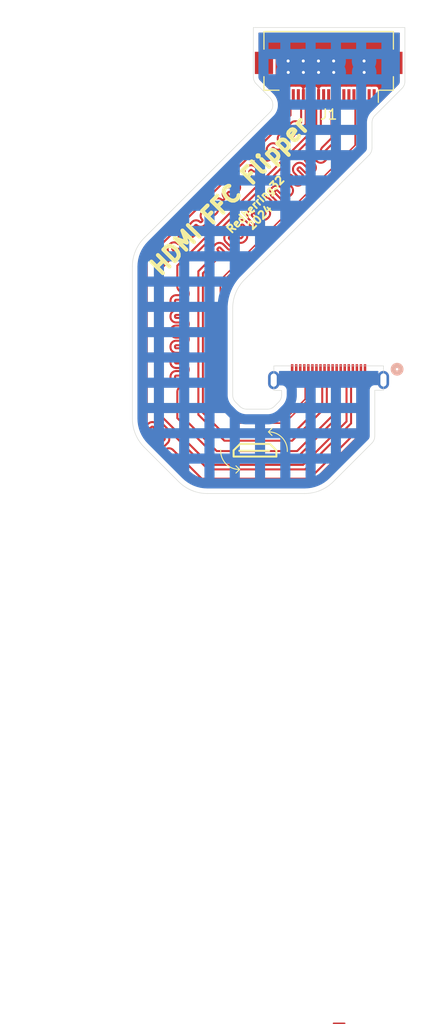
<source format=kicad_pcb>
(kicad_pcb (version 20240108) (generator "pcbnew") (generator_version "8.0")
  (layers (0 "F.Cu" signal "Front") (31 "B.Cu" signal "Back") (34 "B.Paste" user) (35 "F.Paste" user) (36 "B.SilkS" user "B.Silkscreen") (37 "F.SilkS" user "F.Silkscreen") (38 "B.Mask" user) (39 "F.Mask" user) (44 "Edge.Cuts" user))
  (net 0 "")
  (net 2 "Net-(J1-SDA)")
  (net 5 "Net-(J1-SCL)")
  (net 11 "/D1-")
  (net 12 "/D0-")
  (net 13 "/D2+")
  (net 14 "GND")
  (net 15 "/D0+")
  (net 16 "/D1+")
  (net 17 "/CK+")
  (net 18 "/CK-")
  (net 19 "/D2-")
  (net 20 "INT")
  (footprint "HDMI-FFC:CONN19_9136923_WRE" (layer "F.Cu") (at 137.94 61.33)
    (property "Reference" "J2" (hide yes))
    (property "Value" "HDMI_A")
  )
  (footprint "HDMI-FFC:GND-PADS" (layer "F.Cu") (at 137.94 61.34)
    (property "Reference" "REF**" (hide yes))
    (property "Value" "GND-PADS")
  )
  (footprint "HDMI-FFC:Hirose_FH12-19S-0.5SH_1x19-1MP_P0.50mm_Horizontal" (layer "F.Cu") (at 134.35 32.44 180)
    (property "Reference" "J1")
    (property "Value" "HDMI_A")
  )
  (gr_line (start 128.462293 69.397493) (end 125.512293 69.397493) (stroke (width 0.2)) (layer "F.SilkS"))
  (gr_line (start 125.54 71.24) (end 125.18 70.88) (stroke (width 0.1)) (layer "F.SilkS"))
  (gr_line (start 124.95 69.965) (end 129.18 69.965) (stroke (width 0.2)) (layer "F.SilkS"))
  (gr_line (start 128.75 67.165) (end 128.39 67.525) (stroke (width 0.1)) (layer "F.SilkS"))
  (gr_line (start 124.95 69.355) (end 125.59 68.715) (stroke (width 0.2)) (layer "F.SilkS"))
  (gr_line (start 129.18 69.355) (end 128.54 68.715) (stroke (width 0.2)) (layer "F.SilkS"))
  (gr_line (start 125.18 71.6) (end 125.54 71.24) (stroke (width 0.1)) (layer "F.SilkS"))
  (gr_arc (start 128.39 67.525) (mid 129.746027 68.090336) (end 130.257707 69.467507) (stroke (width 0.1)) (layer "F.SilkS"))
  (gr_arc (start 125.54 71.24) (mid 124.183973 70.674664) (end 123.672293 69.297493) (stroke (width 0.1)) (layer "F.SilkS"))
  (gr_line (start 128.39 67.525) (end 128.75 67.885) (stroke (width 0.1)) (layer "F.SilkS"))
  (gr_line (start 124.95 69.965) (end 124.95 69.355) (stroke (width 0.2)) (layer "F.SilkS"))
  (gr_line (start 129.18 69.965) (end 129.18 69.355) (stroke (width 0.2)) (layer "F.SilkS"))
  (gr_line (start 128.54 68.715) (end 125.59 68.715) (stroke (width 0.2)) (layer "F.SilkS"))
  (gr_line (start 114.940238 51.173328) (end 114.94 66.213146) (stroke (width 0.05)) (layer "Edge.Cuts"))
  (gr_line (start 129.7 61) (end 128.93 61) (stroke (width 0.05)) (layer "Edge.Cuts"))
  (gr_line (start 129.407107 64.572893) (end 128.992893 64.987107) (stroke (width 0.05)) (layer "Edge.Cuts"))
  (gr_line (start 128.93 63.43) (end 129.7 63.43) (stroke (width 0.05)) (layer "Edge.Cuts"))
  (gr_arc (start 116.111573 69.041573) (mid 115.244467 67.743882) (end 114.94 66.213146) (stroke (width 0.05)) (layer "Edge.Cuts"))
  (gr_line (start 122.346854 73.62) (end 131.983146 73.62) (stroke (width 0.05)) (layer "Edge.Cuts"))
  (gr_arc (start 128.826775 35.215786) (mid 128.750655 35.598469) (end 128.533882 35.922893) (stroke (width 0.05)) (layer "Edge.Cuts"))
  (gr_line (start 116.111573 69.041573) (end 119.518427 72.448427) (stroke (width 0.05)) (layer "Edge.Cuts"))
  (gr_line (start 128.826775 35.215786) (end 128.826775 35.171103) (stroke (width 0.05)) (layer "Edge.Cuts"))
  (gr_line (start 125.547107 64.987107) (end 125.152893 64.592893) (stroke (width 0.05)) (layer "Edge.Cuts"))
  (gr_arc (start 129.7 63.865786) (mid 129.62388 64.248469) (end 129.407107 64.572893) (stroke (width 0.05)) (layer "Edge.Cuts"))
  (gr_arc (start 125.152893 64.592893) (mid 124.93612 64.26847) (end 124.86 63.885786) (stroke (width 0.05)) (layer "Edge.Cuts"))
  (gr_arc (start 141.886793 32.864227) (mid 141.810673 33.24691) (end 141.5939 33.571334) (stroke (width 0.05)) (layer "Edge.Cuts"))
  (gr_arc (start 138.635234 36.944214) (mid 138.711354 36.561531) (end 138.928127 36.237107) (stroke (width 0.05)) (layer "Edge.Cuts"))
  (gr_line (start 138.928127 36.237107) (end 141.5939 33.571334) (stroke (width 0.05)) (layer "Edge.Cuts"))
  (gr_arc (start 124.86 55.296854) (mid 125.164497 53.76613) (end 126.031573 52.468427) (stroke (width 0.05)) (layer "Edge.Cuts"))
  (gr_arc (start 138.91 67.935786) (mid 138.833884 68.318472) (end 138.617107 68.642893) (stroke (width 0.05)) (layer "Edge.Cuts"))
  (gr_arc (start 127.195366 33.122839) (mid 126.978952 32.798566) (end 126.90298 32.40972) (stroke (width 0.05)) (layer "Edge.Cuts"))
  (gr_line (start 134.811573 72.448427) (end 138.617107 68.642893) (stroke (width 0.05)) (layer "Edge.Cuts"))
  (gr_line (start 128.93 61) (end 128.93 63.43) (stroke (width 0.05)) (layer "Edge.Cuts"))
  (gr_line (start 138.635234 39.450552) (end 138.635234 36.944214) (stroke (width 0.05)) (layer "Edge.Cuts"))
  (gr_line (start 139.77 61) (end 129.7 61) (stroke (width 0.05)) (layer "Edge.Cuts"))
  (gr_line (start 126.031573 52.468427) (end 138.342341 40.157659) (stroke (width 0.05)) (layer "Edge.Cuts"))
  (gr_arc (start 138.635234 39.450552) (mid 138.559131 39.833247) (end 138.342341 40.157659) (stroke (width 0.05)) (layer "Edge.Cuts"))
  (gr_line (start 139.77 61) (end 139.77 63.41) (stroke (width 0.05)) (layer "Edge.Cuts"))
  (gr_line (start 138.91 67.935786) (end 138.91 63.41) (stroke (width 0.05)) (layer "Edge.Cuts"))
  (gr_line (start 124.86 63.885786) (end 124.86 55.296854) (stroke (width 0.05)) (layer "Edge.Cuts"))
  (gr_line (start 141.886793 27.54) (end 126.90298 27.54) (stroke (width 0.05)) (layer "Edge.Cuts"))
  (gr_arc (start 128.534429 34.463976) (mid 128.750911 34.788472) (end 128.826775 35.171103) (stroke (width 0.05)) (layer "Edge.Cuts"))
  (gr_arc (start 134.811573 72.448427) (mid 133.51388 73.315518) (end 131.983146 73.62) (stroke (width 0.05)) (layer "Edge.Cuts"))
  (gr_line (start 129.7 63.43) (end 129.7 63.865786) (stroke (width 0.05)) (layer "Edge.Cuts"))
  (gr_line (start 139.77 63.41) (end 138.91 63.41) (stroke (width 0.05)) (layer "Edge.Cuts"))
  (gr_arc (start 126.254214 65.28) (mid 125.871528 65.203884) (end 125.547107 64.987107) (stroke (width 0.05)) (layer "Edge.Cuts"))
  (gr_line (start 116.111811 48.344964) (end 128.533882 35.922893) (stroke (width 0.05)) (layer "Edge.Cuts"))
  (gr_arc (start 128.992893 64.987107) (mid 128.668469 65.203875) (end 128.285786 65.28) (stroke (width 0.05)) (layer "Edge.Cuts"))
  (gr_arc (start 122.346854 73.62) (mid 120.81612 73.315518) (end 119.518427 72.448427) (stroke (width 0.05)) (layer "Edge.Cuts"))
  (gr_arc (start 114.940238 51.173328) (mid 115.244732 49.642628) (end 116.111811 48.344964) (stroke (width 0.05)) (layer "Edge.Cuts"))
  (gr_line (start 126.254214 65.28) (end 128.285786 65.28) (stroke (width 0.05)) (layer "Edge.Cuts"))
  (gr_line (start 128.534429 34.463976) (end 127.195366 33.122839) (stroke (width 0.05)) (layer "Edge.Cuts"))
  (gr_line (start 126.90298 32.40972) (end 126.90298 27.54) (stroke (width 0.05)) (layer "Edge.Cuts"))
  (gr_line (start 141.886793 32.864227) (end 141.886793 27.54) (stroke (width 0.05)) (layer "Edge.Cuts"))
  (gr_text "Redherring32\n   2024\n" (at 125.55 48.93 45) (layer "F.SilkS") (effects (font (size 0.75 0.75) (thickness 0.1875) (bold yes)) (justify left bottom)))
  (gr_text "HDMI FFC Flipper" (at 117.65 52.43 45) (layer "F.SilkS") (effects (font (size 1.6 1.6) (thickness 0.4) (bold yes)) (justify left bottom)))
  (segment (start 129.906446 66.41) (end 132.03 64.286446) (width 0.15) (layer "F.Cu") (net 2))
  (segment (start 137.35 34.99) (end 137.22 35.12) (width 0.15) (layer "F.Cu") (net 2))
  (segment (start 123.89 64.926446) (end 125.373554 66.41) (width 0.15) (layer "F.Cu") (net 2))
  (segment (start 137.35 34.29) (end 137.35 34.99) (width 0.15) (layer "F.Cu") (net 2))
  (segment (start 132.03 61.95) (end 131.939999 61.859999) (width 0.15) (layer "F.Cu") (net 2))
  (segment (start 137.22 35.12) (end 137.22 39.31) (width 0.15) (layer "F.Cu") (net 2))
  (segment (start 125.373554 66.41) (end 129.906446 66.41) (width 0.15) (layer "F.Cu") (net 2))
  (segment (start 123.89 52.64) (end 123.89 64.926446) (width 0.15) (layer "F.Cu") (net 2))
  (segment (start 131.939999 61.859999) (end 131.939999 61.33) (width 0.15) (layer "F.Cu") (net 2))
  (segment (start 132.03 64.286446) (end 132.03 61.95) (width 0.15) (layer "F.Cu") (net 2))
  (segment (start 137.22 39.31) (end 123.89 52.64) (width 0.15) (layer "F.Cu") (net 2))
  (segment (start 125.27 66.66) (end 130.01 66.66) (width 0.15) (layer "F.Cu") (net 5))
  (segment (start 136.97 39.18) (end 123.64 52.51) (width 0.15) (layer "F.Cu") (net 5))
  (segment (start 123.64 52.51) (end 123.64 65.03) (width 0.15) (layer "F.Cu") (net 5))
  (segment (start 132.28 64.39) (end 132.28 61.9603) (width 0.15) (layer "F.Cu") (net 5))
  (segment (start 136.85 34.29) (end 136.85 35) (width 0.15) (layer "F.Cu") (net 5))
  (segment (start 136.97 35.12) (end 136.97 39.18) (width 0.15) (layer "F.Cu") (net 5))
  (segment (start 123.64 65.03) (end 125.27 66.66) (width 0.15) (layer "F.Cu") (net 5))
  (segment (start 136.85 35) (end 136.97 35.12) (width 0.15) (layer "F.Cu") (net 5))
  (segment (start 130.01 66.66) (end 132.28 64.39) (width 0.15) (layer "F.Cu") (net 5))
  (segment (start 132.28 61.9603) (end 132.339999 61.900301) (width 0.15) (layer "F.Cu") (net 5))
  (segment (start 132.339999 61.900301) (end 132.339999 61.33) (width 0.15) (layer "F.Cu") (net 5))
  (segment (start 119.990555 49.177641) (end 119.905705 49.262494) (width 0.2) (layer "F.Cu") (net 11))
  (segment (start 118.986462 49.262494) (end 118.90161 49.347345) (width 0.2) (layer "F.Cu") (net 11))
  (segment (start 126.524225 42.643971) (end 126.439375 42.728824) (width 0.2) (layer "F.Cu") (net 11))
  (segment (start 120.99465 48.173549) (end 120.994649 48.173549) (width 0.2) (layer "F.Cu") (net 11))
  (segment (start 128.786967 39.461989) (end 128.702115 39.54684) (width 0.2) (layer "F.Cu") (net 11))
  (segment (start 131.8268 70.785) (end 122.6132 70.785) (width 0.2) (layer "F.Cu") (net 11))
  (segment (start 125.520132 42.728824) (end 125.43528 42.813675) (width 0.2) (layer "F.Cu") (net 11))
  (segment (start 117.735 65.9068) (end 117.735 51.4332) (width 0.2) (layer "F.Cu") (net 11))
  (segment (start 126.439375 42.728824) (end 126.439374 42.728824) (width 0.2) (layer "F.Cu") (net 11))
  (segment (start 136.115 62.247952) (end 136.115 66.4968) (width 0.2) (layer "F.Cu") (net 11))
  (segment (start 129.79106 39.377136) (end 129.70621 39.461989) (width 0.2) (layer "F.Cu") (net 11))
  (segment (start 135.939999 61.33) (end 135.939999 62.072951) (width 0.2) (layer "F.Cu") (net 11))
  (segment (start 128.702115 40.466081) (end 128.617265 40.550934) (width 0.2) (layer "F.Cu") (net 11))
  (segment (start 123.342242 44.906714) (end 123.25739 44.991565) (width 0.2) (layer "F.Cu") (net 11))
  (segment (start 128.617265 40.550934) (end 128.617264 40.550934) (width 0.2) (layer "F.Cu") (net 11))
  (segment (start 124.346335 44.821861) (end 124.261485 44.906714) (width 0.2) (layer "F.Cu") (net 11))
  (segment (start 122.253297 45.995659) (end 122.168445 46.08051) (width 0.2) (layer "F.Cu") (net 11))
  (segment (start 125.35043 43.817769) (end 125.350429 43.817769) (width 0.2) (layer "F.Cu") (net 11))
  (segment (start 121.164352 47.084604) (end 121.0795 47.169455) (width 0.2) (layer "F.Cu") (net 11))
  (segment (start 118.81676 50.351439) (end 118.7991 50.3691) (width 0.2) (layer "F.Cu") (net 11))
  (segment (start 118.90161 50.266586) (end 118.81676 50.351439) (width 0.2) (layer "F.Cu") (net 11))
  (segment (start 131.8841 37.2841) (end 131.884099 37.284099) (width 0.2) (layer "F.Cu") (net 11))
  (segment (start 122.168445 46.999751) (end 122.083595 47.084604) (width 0.2) (layer "F.Cu") (net 11))
  (segment (start 127.52832 41.639879) (end 127.528319 41.639879) (width 0.2) (layer "F.Cu") (net 11))
  (segment (start 136.115 66.4968) (end 131.8268 70.785) (width 0.2) (layer "F.Cu") (net 11))
  (segment (start 124.261485 44.906714) (end 124.261484 44.906714) (width 0.2) (layer "F.Cu") (net 11))
  (segment (start 129.875912 38.373044) (end 129.79106 38.457895) (width 0.2) (layer "F.Cu") (net 11))
  (segment (start 127.61317 41.555026) (end 127.52832 41.639879) (width 0.2) (layer "F.Cu") (net 11))
  (segment (start 124.431187 43.817769) (end 124.346335 43.90262) (width 0.2) (layer "F.Cu") (net 11))
  (segment (start 122.6132 70.785) (end 117.735 65.9068) (width 0.2) (layer "F.Cu") (net 11))
  (segment (start 123.25739 45.910806) (end 123.17254 45.995659) (width 0.2) (layer "F.Cu") (net 11))
  (segment (start 132.075 35.540001) (end 132.075 37.0932) (width 0.2) (layer "F.Cu") (net 11))
  (segment (start 135.939999 62.072951) (end 136.115 62.247952) (width 0.2) (layer "F.Cu") (net 11))
  (segment (start 121.0795 48.088696) (end 120.99465 48.173549) (width 0.2) (layer "F.Cu") (net 11))
  (segment (start 130.880005 38.288191) (end 130.795155 38.373044) (width 0.2) (layer "F.Cu") (net 11))
  (segment (start 132.35 34.29) (end 132.35 35.265001) (width 0.2) (layer "F.Cu") (net 11))
  (segment (start 122.083595 47.084604) (end 122.083594 47.084604) (width 0.2) (layer "F.Cu") (net 11))
  (segment (start 119.905705 49.262494) (end 119.905704 49.262494) (width 0.2) (layer "F.Cu") (net 11))
  (segment (start 132.35 35.265001) (end 132.075 35.540001) (width 0.2) (layer "F.Cu") (net 11))
  (segment (start 123.17254 45.995659) (end 123.172539 45.995659) (width 0.2) (layer "F.Cu") (net 11))
  (segment (start 126.609077 41.639879) (end 126.524225 41.72473) (width 0.2) (layer "F.Cu") (net 11))
  (segment (start 130.795155 38.373044) (end 130.795154 38.373044) (width 0.2) (layer "F.Cu") (net 11))
  (segment (start 120.075407 48.173549) (end 119.990555 48.2584) (width 0.2) (layer "F.Cu") (net 11))
  (segment (start 132.075 37.0932) (end 131.8841 37.2841) (width 0.2) (layer "F.Cu") (net 11))
  (segment (start 117.735 51.4332) (end 118.7991 50.3691) (width 0.2) (layer "F.Cu") (net 11))
  (segment (start 130.964857 37.284099) (end 130.880005 37.36895) (width 0.2) (layer "F.Cu") (net 11))
  (segment (start 127.698022 40.550934) (end 127.61317 40.635785) (width 0.2) (layer "F.Cu") (net 11))
  (segment (start 125.43528 43.732916) (end 125.35043 43.817769) (width 0.2) (layer "F.Cu") (net 11))
  (segment (start 129.70621 39.461989) (end 129.706209 39.461989) (width 0.2) (layer "F.Cu") (net 11))
  (arc (start 118.90161 49.488766) (mid 119.062702 49.877676) (end 118.90161 50.266586) (width 0.2) (layer "F.Cu") (net 11))
  (arc (start 125.43528 42.955096) (mid 125.596372 43.344006) (end 125.43528 43.732916) (width 0.2) (layer "F.Cu") (net 11))
  (arc (start 119.990555 48.399821) (mid 120.151647 48.788731) (end 119.990555 49.177641) (width 0.2) (layer "F.Cu") (net 11))
  (arc (start 119.905704 49.262494) (mid 119.516794 49.423586) (end 119.127884 49.262494) (width 0.2) (layer "F.Cu") (net 11))
  (arc (start 123.25739 44.991565) (mid 123.228101 45.062275) (end 123.25739 45.132986) (width 0.2) (layer "F.Cu") (net 11))
  (arc (start 127.61317 40.777206) (mid 127.774262 41.166116) (end 127.61317 41.555026) (width 0.2) (layer "F.Cu") (net 11))
  (arc (start 126.524225 41.72473) (mid 126.494936 41.79544) (end 126.524225 41.866151) (width 0.2) (layer "F.Cu") (net 11))
  (arc (start 131.106279 37.284099) (mid 131.035568 37.25481) (end 130.964857 37.284099) (width 0.2) (layer "F.Cu") (net 11))
  (arc (start 126.524225 41.866151) (mid 126.685317 42.255061) (end 126.524225 42.643971) (width 0.2) (layer "F.Cu") (net 11))
  (arc (start 125.43528 42.813675) (mid 125.405991 42.884385) (end 125.43528 42.955096) (width 0.2) (layer "F.Cu") (net 11))
  (arc (start 128.702115 39.54684) (mid 128.672826 39.61755) (end 128.702115 39.688261) (width 0.2) (layer "F.Cu") (net 11))
  (arc (start 130.880005 37.510371) (mid 131.041097 37.899281) (end 130.880005 38.288191) (width 0.2) (layer "F.Cu") (net 11))
  (arc (start 119.127884 49.262494) (mid 119.057173 49.233205) (end 118.986462 49.262494) (width 0.2) (layer "F.Cu") (net 11))
  (arc (start 120.994649 48.173549) (mid 120.605739 48.334641) (end 120.216829 48.173549) (width 0.2) (layer "F.Cu") (net 11))
  (arc (start 126.750499 41.639879) (mid 126.679788 41.61059) (end 126.609077 41.639879) (width 0.2) (layer "F.Cu") (net 11))
  (arc (start 126.439374 42.728824) (mid 126.050464 42.889916) (end 125.661554 42.728824) (width 0.2) (layer "F.Cu") (net 11))
  (arc (start 122.168445 46.08051) (mid 122.139156 46.15122) (end 122.168445 46.221931) (width 0.2) (layer "F.Cu") (net 11))
  (arc (start 121.0795 47.310876) (mid 121.240592 47.699786) (end 121.0795 48.088696) (width 0.2) (layer "F.Cu") (net 11))
  (arc (start 127.528319 41.639879) (mid 127.139409 41.800971) (end 126.750499 41.639879) (width 0.2) (layer "F.Cu") (net 11))
  (arc (start 128.617264 40.550934) (mid 128.228354 40.712026) (end 127.839444 40.550934) (width 0.2) (layer "F.Cu") (net 11))
  (arc (start 121.305774 47.084604) (mid 121.235063 47.055315) (end 121.164352 47.084604) (width 0.2) (layer "F.Cu") (net 11))
  (arc (start 121.0795 47.169455) (mid 121.050211 47.240165) (end 121.0795 47.310876) (width 0.2) (layer "F.Cu") (net 11))
  (arc (start 124.261484 44.906714) (mid 123.872574 45.067806) (end 123.483664 44.906714) (width 0.2) (layer "F.Cu") (net 11))
  (arc (start 118.90161 49.347345) (mid 118.872321 49.418055) (end 118.90161 49.488766) (width 0.2) (layer "F.Cu") (net 11))
  (arc (start 122.168445 46.221931) (mid 122.329537 46.610841) (end 122.168445 46.999751) (width 0.2) (layer "F.Cu") (net 11))
  (arc (start 119.990555 48.2584) (mid 119.961266 48.32911) (end 119.990555 48.399821) (width 0.2) (layer "F.Cu") (net 11))
  (arc (start 125.661554 42.728824) (mid 125.590843 42.699535) (end 125.520132 42.728824) (width 0.2) (layer "F.Cu") (net 11))
  (arc (start 128.928389 39.461989) (mid 128.857678 39.4327) (end 128.786967 39.461989) (width 0.2) (layer "F.Cu") (net 11))
  (arc (start 129.79106 38.457895) (mid 129.761771 38.528605) (end 129.79106 38.599316) (width 0.2) (layer "F.Cu") (net 11))
  (arc (start 123.172539 45.995659) (mid 122.783629 46.156751) (end 122.394719 45.995659) (width 0.2) (layer "F.Cu") (net 11))
  (arc (start 130.795154 38.373044) (mid 130.406244 38.534136) (end 130.017334 38.373044) (width 0.2) (layer "F.Cu") (net 11))
  (arc (start 120.216829 48.173549) (mid 120.146118 48.14426) (end 120.075407 48.173549) (width 0.2) (layer "F.Cu") (net 11))
  (arc (start 129.706209 39.461989) (mid 129.317299 39.623081) (end 128.928389 39.461989) (width 0.2) (layer "F.Cu") (net 11))
  (arc (start 128.702115 39.688261) (mid 128.863207 40.077171) (end 128.702115 40.466081) (width 0.2) (layer "F.Cu") (net 11))
  (arc (start 130.880005 37.36895) (mid 130.850716 37.43966) (end 130.880005 37.510371) (width 0.2) (layer "F.Cu") (net 11))
  (arc (start 122.083594 47.084604) (mid 121.694684 47.245696) (end 121.305774 47.084604) (width 0.2) (layer "F.Cu") (net 11))
  (arc (start 123.25739 45.132986) (mid 123.418482 45.521896) (end 123.25739 45.910806) (width 0.2) (layer "F.Cu") (net 11))
  (arc (start 129.79106 38.599316) (mid 129.952152 38.988226) (end 129.79106 39.377136) (width 0.2) (layer "F.Cu") (net 11))
  (arc (start 131.884099 37.284099) (mid 131.495189 37.445191) (end 131.106279 37.284099) (width 0.2) (layer "F.Cu") (net 11))
  (arc (start 124.346335 43.90262) (mid 124.317046 43.97333) (end 124.346335 44.044041) (width 0.2) (layer "F.Cu") (net 11))
  (arc (start 125.350429 43.817769) (mid 124.961519 43.978861) (end 124.572609 43.817769) (width 0.2) (layer "F.Cu") (net 11))
  (arc (start 127.839444 40.550934) (mid 127.768733 40.521645) (end 127.698022 40.550934) (width 0.2) (layer "F.Cu") (net 11))
  (arc (start 124.572609 43.817769) (mid 124.501898 43.78848) (end 124.431187 43.817769) (width 0.2) (layer "F.Cu") (net 11))
  (arc (start 122.394719 45.995659) (mid 122.324008 45.96637) (end 122.253297 45.995659) (width 0.2) (layer "F.Cu") (net 11))
  (arc (start 123.483664 44.906714) (mid 123.412953 44.877425) (end 123.342242 44.906714) (width 0.2) (layer "F.Cu") (net 11))
  (arc (start 124.346335 44.044041) (mid 124.507427 44.432951) (end 124.346335 44.821861) (width 0.2) (layer "F.Cu") (net 11))
  (arc (start 127.61317 40.635785) (mid 127.583881 40.706495) (end 127.61317 40.777206) (width 0.2) (layer "F.Cu") (net 11))
  (arc (start 130.017334 38.373044) (mid 129.946623 38.343755) (end 129.875912 38.373044) (width 0.2) (layer "F.Cu") (net 11))
  (segment (start 119.9475 62.2575) (end 119.835 62.2575) (width 0.2) (layer "F.Cu") (net 12))
  (segment (start 119.16 62.145) (end 119.16 62.07) (width 0.2) (layer "F.Cu") (net 12))
  (segment (start 120.51 56.895) (end 120.51 56.82) (width 0.2) (layer "F.Cu") (net 12))
  (segment (start 119.2725 57.4575) (end 119.385 57.4575) (width 0.2) (layer "F.Cu") (net 12))
  (segment (start 119.2725 58.9575) (end 119.385 58.9575) (width 0.2) (layer "F.Cu") (net 12))
  (segment (start 123.2832 69.425) (end 119.835 65.9768) (width 0.2) (layer "F.Cu") (net 12))
  (segment (start 133.575 37.5332) (end 133.575 35.540001) (width 0.2) (layer "F.Cu") (net 12))
  (segment (start 119.16 60.645) (end 119.16 60.57) (width 0.2) (layer "F.Cu") (net 12))
  (segment (start 119.16 56.145) (end 119.16 56.07) (width 0.2) (layer "F.Cu") (net 12))
  (segment (start 120.51 59.895) (end 120.51 59.82) (width 0.2) (layer "F.Cu") (net 12))
  (segment (start 119.2725 61.9575) (end 119.385 61.9575) (width 0.2) (layer "F.Cu") (net 12))
  (segment (start 134.739999 61.33) (end 134.739999 62.072951) (width 0.2) (layer "F.Cu") (net 12))
  (segment (start 119.2725 55.9575) (end 119.385 55.9575) (width 0.2) (layer "F.Cu") (net 12))
  (segment (start 119.385 55.9575) (end 119.9475 55.9575) (width 0.2) (layer "F.Cu") (net 12))
  (segment (start 119.835 54.7575) (end 119.2725 54.7575) (width 0.2) (layer "F.Cu") (net 12))
  (segment (start 119.835 51.2732) (end 133.575 37.5332) (width 0.2) (layer "F.Cu") (net 12))
  (segment (start 119.2725 54.4575) (end 119.385 54.4575) (width 0.2) (layer "F.Cu") (net 12))
  (segment (start 119.9475 60.7575) (end 119.835 60.7575) (width 0.2) (layer "F.Cu") (net 12))
  (segment (start 119.835 62.2575) (end 119.2725 62.2575) (width 0.2) (layer "F.Cu") (net 12))
  (segment (start 134.915 65.7368) (end 131.2268 69.425) (width 0.2) (layer "F.Cu") (net 12))
  (segment (start 119.9475 57.7575) (end 119.835 57.7575) (width 0.2) (layer "F.Cu") (net 12))
  (segment (start 119.16 59.145) (end 119.16 59.07) (width 0.2) (layer "F.Cu") (net 12))
  (segment (start 119.385 54.4575) (end 119.9475 54.4575) (width 0.2) (layer "F.Cu") (net 12))
  (segment (start 119.835 56.2575) (end 119.2725 56.2575) (width 0.2) (layer "F.Cu") (net 12))
  (segment (start 119.9475 54.7575) (end 119.835 54.7575) (width 0.2) (layer "F.Cu") (net 12))
  (segment (start 119.835 65.9768) (end 119.835 63.57) (width 0.2) (layer "F.Cu") (net 12))
  (segment (start 120.51 58.395) (end 120.51 58.32) (width 0.2) (layer "F.Cu") (net 12))
  (segment (start 120.51 55.395) (end 120.51 55.32) (width 0.2) (layer "F.Cu") (net 12))
  (segment (start 134.915 62.247952) (end 134.915 65.7368) (width 0.2) (layer "F.Cu") (net 12))
  (segment (start 120.51 62.895) (end 120.51 62.82) (width 0.2) (layer "F.Cu") (net 12))
  (segment (start 120.51 61.395) (end 120.51 61.32) (width 0.2) (layer "F.Cu") (net 12))
  (segment (start 119.385 61.9575) (end 119.9475 61.9575) (width 0.2) (layer "F.Cu") (net 12))
  (segment (start 119.385 57.4575) (end 119.9475 57.4575) (width 0.2) (layer "F.Cu") (net 12))
  (segment (start 119.835 53.07) (end 119.835 52.08) (width 0.2) (layer "F.Cu") (net 12))
  (segment (start 131.2268 69.425) (end 123.2832 69.425) (width 0.2) (layer "F.Cu") (net 12))
  (segment (start 119.385 60.4575) (end 119.9475 60.4575) (width 0.2) (layer "F.Cu") (net 12))
  (segment (start 119.16 54.645) (end 119.16 54.57) (width 0.2) (layer "F.Cu") (net 12))
  (segment (start 133.575 35.540001) (end 133.85 35.265001) (width 0.2) (layer "F.Cu") (net 12))
  (segment (start 119.835 53.145) (end 119.835 53.07) (width 0.2) (layer "F.Cu") (net 12))
  (segment (start 119.9475 56.2575) (end 119.835 56.2575) (width 0.2) (layer "F.Cu") (net 12))
  (segment (start 134.739999 62.072951) (end 134.915 62.247952) (width 0.2) (layer "F.Cu") (net 12))
  (segment (start 119.835 59.2575) (end 119.2725 59.2575) (width 0.2) (layer "F.Cu") (net 12))
  (segment (start 119.835 60.7575) (end 119.2725 60.7575) (width 0.2) (layer "F.Cu") (net 12))
  (segment (start 119.835 57.7575) (end 119.2725 57.7575) (width 0.2) (layer "F.Cu") (net 12))
  (segment (start 133.85 35.265001) (end 133.85 34.29) (width 0.2) (layer "F.Cu") (net 12))
  (segment (start 119.385 58.9575) (end 119.9475 58.9575) (width 0.2) (layer "F.Cu") (net 12))
  (segment (start 119.835 52.08) (end 119.835 51.2732) (width 0.2) (layer "F.Cu") (net 12))
  (segment (start 119.9475 59.2575) (end 119.835 59.2575) (width 0.2) (layer "F.Cu") (net 12))
  (segment (start 119.2725 60.4575) (end 119.385 60.4575) (width 0.2) (layer "F.Cu") (net 12))
  (segment (start 119.16 57.645) (end 119.16 57.57) (width 0.2) (layer "F.Cu") (net 12))
  (segment (start 120.51 53.895) (end 120.51 53.82) (width 0.2) (layer "F.Cu") (net 12))
  (arc (start 120.51 61.32) (mid 120.345248 60.922252) (end 119.9475 60.7575) (width 0.2) (layer "F.Cu") (net 12))
  (arc (start 119.2725 62.2575) (mid 119.19295 62.22455) (end 119.16 62.145) (width 0.2) (layer "F.Cu") (net 12))
  (arc (start 119.9475 55.9575) (mid 120.345248 55.792748) (end 120.51 55.395) (width 0.2) (layer "F.Cu") (net 12))
  (arc (start 119.2725 60.7575) (mid 119.19295 60.72455) (end 119.16 60.645) (width 0.2) (layer "F.Cu") (net 12))
  (arc (start 119.9475 57.4575) (mid 120.345248 57.292748) (end 120.51 56.895) (width 0.2) (layer "F.Cu") (net 12))
  (arc (start 120.51 59.82) (mid 120.345248 59.422252) (end 119.9475 59.2575) (width 0.2) (layer "F.Cu") (net 12))
  (arc (start 119.16 54.57) (mid 119.19295 54.49045) (end 119.2725 54.4575) (width 0.2) (layer "F.Cu") (net 12))
  (arc (start 119.16 59.07) (mid 119.19295 58.99045) (end 119.2725 58.9575) (width 0.2) (layer "F.Cu") (net 12))
  (arc (start 119.9475 63.4575) (mid 120.345248 63.292748) (end 120.51 62.895) (width 0.2) (layer "F.Cu") (net 12))
  (arc (start 120.51 56.82) (mid 120.345248 56.422252) (end 119.9475 56.2575) (width 0.2) (layer "F.Cu") (net 12))
  (arc (start 119.16 56.07) (mid 119.19295 55.99045) (end 119.2725 55.9575) (width 0.2) (layer "F.Cu") (net 12))
  (arc (start 119.2725 54.7575) (mid 119.19295 54.72455) (end 119.16 54.645) (width 0.2) (layer "F.Cu") (net 12))
  (arc (start 120.51 55.32) (mid 120.345248 54.922252) (end 119.9475 54.7575) (width 0.2) (layer "F.Cu") (net 12))
  (arc (start 119.9475 58.9575) (mid 120.345248 58.792748) (end 120.51 58.395) (width 0.2) (layer "F.Cu") (net 12))
  (arc (start 119.16 62.07) (mid 119.19295 61.99045) (end 119.2725 61.9575) (width 0.2) (layer "F.Cu") (net 12))
  (arc (start 119.9475 53.2575) (mid 119.86795 53.22455) (end 119.835 53.145) (width 0.2) (layer "F.Cu") (net 12))
  (arc (start 120.51 58.32) (mid 120.345248 57.922252) (end 119.9475 57.7575) (width 0.2) (layer "F.Cu") (net 12))
  (arc (start 119.835 63.57) (mid 119.86795 63.49045) (end 119.9475 63.4575) (width 0.2) (layer "F.Cu") (net 12))
  (arc (start 119.9475 60.4575) (mid 120.345248 60.292748) (end 120.51 59.895) (width 0.2) (layer "F.Cu") (net 12))
  (arc (start 120.51 53.82) (mid 120.345248 53.422252) (end 119.9475 53.2575) (width 0.2) (layer "F.Cu") (net 12))
  (arc (start 119.16 57.57) (mid 119.19295 57.49045) (end 119.2725 57.4575) (width 0.2) (layer "F.Cu") (net 12))
  (arc (start 119.2725 57.7575) (mid 119.19295 57.72455) (end 119.16 57.645) (width 0.2) (layer "F.Cu") (net 12))
  (arc (start 119.9475 61.9575) (mid 120.345248 61.792748) (end 120.51 61.395) (width 0.2) (layer "F.Cu") (net 12))
  (arc (start 120.51 62.82) (mid 120.345248 62.422252) (end 119.9475 62.2575) (width 0.2) (layer "F.Cu") (net 12))
  (arc (start 119.2725 59.2575) (mid 119.19295 59.22455) (end 119.16 59.145) (width 0.2) (layer "F.Cu") (net 12))
  (arc (start 119.9475 54.4575) (mid 120.345248 54.292748) (end 120.51 53.895) (width 0.2) (layer "F.Cu") (net 12))
  (arc (start 119.16 60.57) (mid 119.19295 60.49045) (end 119.2725 60.4575) (width 0.2) (layer "F.Cu") (net 12))
  (arc (start 119.2725 56.2575) (mid 119.19295 56.22455) (end 119.16 56.145) (width 0.2) (layer "F.Cu") (net 12))
  (segment (start 130.125 36.045) (end 115.915 50.255) (width 0.2) (layer "F.Cu") (net 13))
  (segment (start 116.971342 67.323144) (end 116.57713 67.717356) (width 0.2) (layer "F.Cu") (net 13))
  (segment (start 130.125 35.540001) (end 130.125 36.045) (width 0.2) (layer "F.Cu") (net 13))
  (segment (start 117.047357 67.247132) (end 116.971342 67.323144) (width 0.2) (layer "F.Cu") (net 13))
  (segment (start 117.501671 68.489871) (end 117.895885 68.095659) (width 0.2) (layer "F.Cu") (net 13))
  (segment (start 116.987253 67.035) (end 117.047357 67.095104) (width 0.2) (layer "F.Cu") (net 13))
  (segment (start 129.85 35.265001) (end 130.125 35.540001) (width 0.2) (layer "F.Cu") (net 13))
  (segment (start 129.85 34.29) (end 129.85 35.265001) (width 0.2) (layer "F.Cu") (net 13))
  (segment (start 115.915 66.9032) (end 116.046799 67.034998) (width 0.2) (layer "F.Cu") (net 13))
  (segment (start 132.6432 72.605) (end 137.764999 67.483201) (width 0.2) (layer "F.Cu") (net 13))
  (segment (start 118.698451 69.686649) (end 119.3609 70.3491) (width 0.2) (layer "F.Cu") (net 13))
  (segment (start 117.63779 69.566441) (end 117.697894 69.626545) (width 0.2) (layer "F.Cu") (net 13))
  (segment (start 115.915 50.255) (end 115.915 59.088045) (width 0.2) (layer "F.Cu") (net 13))
  (segment (start 118.047913 68.09566) (end 118.108017 68.155764) (width 0.2) (layer "F.Cu") (net 13))
  (segment (start 115.915 59.088045) (end 115.915 66.9032) (width 0.2) (layer "F.Cu") (net 13))
  (segment (start 137.94 62.072951) (end 137.94 61.33) (width 0.2) (layer "F.Cu") (net 13))
  (segment (start 137.764999 67.483201) (end 137.764999 62.247952) (width 0.2) (layer "F.Cu") (net 13))
  (segment (start 119.3609 70.3491) (end 121.6168 72.605) (width 0.2) (layer "F.Cu") (net 13))
  (segment (start 118.638345 69.626545) (end 118.698451 69.686649) (width 0.2) (layer "F.Cu") (net 13))
  (segment (start 137.764999 62.247952) (end 137.94 62.072951) (width 0.2) (layer "F.Cu") (net 13))
  (segment (start 117.425658 68.565885) (end 117.501671 68.489871) (width 0.2) (layer "F.Cu") (net 13))
  (segment (start 118.032002 68.383804) (end 117.63779 68.778016) (width 0.2) (layer "F.Cu") (net 13))
  (segment (start 121.6168 72.605) (end 132.6432 72.605) (width 0.2) (layer "F.Cu") (net 13))
  (segment (start 116.57713 68.505781) (end 116.637234 68.565885) (width 0.2) (layer "F.Cu") (net 13))
  (segment (start 118.108017 68.307792) (end 118.032002 68.383804) (width 0.2) (layer "F.Cu") (net 13))
  (arc (start 116.046799 67.034998) (mid 116.441013 67.198287) (end 116.835225 67.034999) (width 0.2) (layer "F.Cu") (net 13))
  (arc (start 118.108017 68.155764) (mid 118.139503 68.231778) (end 118.108017 68.307792) (width 0.2) (layer "F.Cu") (net 13))
  (arc (start 116.637234 68.565885) (mid 117.031446 68.729173) (end 117.425658 68.565885) (width 0.2) (layer "F.Cu") (net 13))
  (arc (start 117.63779 68.778016) (mid 117.474502 69.172228) (end 117.63779 69.566441) (width 0.2) (layer "F.Cu") (net 13))
  (arc (start 117.895885 68.095659) (mid 117.971899 68.064174) (end 118.047913 68.09566) (width 0.2) (layer "F.Cu") (net 13))
  (arc (start 116.57713 67.717356) (mid 116.413842 68.111568) (end 116.57713 68.505781) (width 0.2) (layer "F.Cu") (net 13))
  (arc (start 117.697894 69.626545) (mid 118.092106 69.789833) (end 118.486318 69.626545) (width 0.2) (layer "F.Cu") (net 13))
  (arc (start 116.835225 67.034999) (mid 116.911239 67.003514) (end 116.987253 67.035) (width 0.2) (layer "F.Cu") (net 13))
  (arc (start 118.486318 69.626545) (mid 118.562331 69.595059) (end 118.638345 69.626545) (width 0.2) (layer "F.Cu") (net 13))
  (arc (start 117.047357 67.095104) (mid 117.078843 67.171118) (end 117.047357 67.247132) (width 0.2) (layer "F.Cu") (net 13))
  (via (at 133.34 30.85) (size 0.6) (drill 0.3) (layers "F.Cu" "B.Cu") (net 14))
  (via (at 137.85 30.85) (size 0.6) (drill 0.3) (layers "F.Cu" "B.Cu") (net 14))
  (via (at 133.35 31.98) (size 0.6) (drill 0.3) (layers "F.Cu" "B.Cu") (net 14))
  (via (at 130.34 30.85) (size 0.6) (drill 0.3) (layers "F.Cu" "B.Cu") (net 14))
  (via (at 130.35 31.98) (size 0.6) (drill 0.3) (layers "F.Cu" "B.Cu") (net 14))
  (via (at 134.85 31.98) (size 0.6) (drill 0.3) (layers "F.Cu" "B.Cu") (net 14))
  (via (at 131.85 31.98) (size 0.6) (drill 0.3) (layers "F.Cu" "B.Cu") (net 14))
  (via (at 134.84 30.85) (size 0.6) (drill 0.3) (layers "F.Cu" "B.Cu") (net 14))
  (via (at 131.84 30.85) (size 0.6) (drill 0.3) (layers "F.Cu" "B.Cu") (net 14))
  (via (at 137.86 31.98) (size 0.6) (drill 0.3) (layers "F.Cu" "B.Cu") (net 14))
  (segment (start 119.2725 57.0075) (end 119.385 57.0075) (width 0.2) (layer "F.Cu") (net 15))
  (segment (start 123.0968 69.875) (end 119.385 66.1632) (width 0.2) (layer "F.Cu") (net 15))
  (segment (start 119.385 53.145) (end 119.385 53.07) (width 0.2) (layer "F.Cu") (net 15))
  (segment (start 119.9475 56.7075) (end 119.835 56.7075) (width 0.2) (layer "F.Cu") (net 15))
  (segment (start 119.835 55.2075) (end 119.2725 55.2075) (width 0.2) (layer "F.Cu") (net 15))
  (segment (start 120.06 55.395) (end 120.06 55.32) (width 0.2) (layer "F.Cu") (net 15))
  (segment (start 119.385 57.0075) (end 119.9475 57.0075) (width 0.2) (layer "F.Cu") (net 15))
  (segment (start 118.71 56.145) (end 118.71 56.07) (width 0.2) (layer "F.Cu") (net 15))
  (segment (start 133.125 37.3468) (end 133.125 35.540001) (width 0.2) (layer "F.Cu") (net 15))
  (segment (start 118.71 57.645) (end 118.71 57.57) (width 0.2) (layer "F.Cu") (net 15))
  (segment (start 119.2725 55.5075) (end 119.385 55.5075) (width 0.2) (layer "F.Cu") (net 15))
  (segment (start 118.71 62.145) (end 118.71 62.07) (width 0.2) (layer "F.Cu") (net 15))
  (segment (start 119.385 55.5075) (end 119.9475 55.5075) (width 0.2) (layer "F.Cu") (net 15))
  (segment (start 118.71 59.145) (end 118.71 59.07) (width 0.2) (layer "F.Cu") (net 15))
  (segment (start 135.54 62.072951) (end 135.364999 62.247952) (width 0.2) (layer "F.Cu") (net 15))
  (segment (start 119.9475 58.2075) (end 119.835 58.2075) (width 0.2) (layer "F.Cu") (net 15))
  (segment (start 119.835 58.2075) (end 119.2725 58.2075) (width 0.2) (layer "F.Cu") (net 15))
  (segment (start 119.385 60.0075) (end 119.9475 60.0075) (width 0.2) (layer "F.Cu") (net 15))
  (segment (start 119.2725 61.5075) (end 119.385 61.5075) (width 0.2) (layer "F.Cu") (net 15))
  (segment (start 118.71 54.645) (end 118.71 54.57) (width 0.2) (layer "F.Cu") (net 15))
  (segment (start 119.835 62.7075) (end 119.2725 62.7075) (width 0.2) (layer "F.Cu") (net 15))
  (segment (start 119.385 52.08) (end 119.385 51.0868) (width 0.2) (layer "F.Cu") (net 15))
  (segment (start 119.835 56.7075) (end 119.2725 56.7075) (width 0.2) (layer "F.Cu") (net 15))
  (segment (start 120.06 53.895) (end 120.06 53.82) (width 0.2) (layer "F.Cu") (net 15))
  (segment (start 119.9475 61.2075) (end 119.835 61.2075) (width 0.2) (layer "F.Cu") (net 15))
  (segment (start 120.06 61.395) (end 120.06 61.32) (width 0.2) (layer "F.Cu") (net 15))
  (segment (start 119.9475 62.7075) (end 119.835 62.7075) (width 0.2) (layer "F.Cu") (net 15))
  (segment (start 132.85 35.265001) (end 132.85 34.29) (width 0.2) (layer "F.Cu") (net 15))
  (segment (start 119.9475 55.2075) (end 119.835 55.2075) (width 0.2) (layer "F.Cu") (net 15))
  (segment (start 119.385 54.0075) (end 119.9475 54.0075) (width 0.2) (layer "F.Cu") (net 15))
  (segment (start 135.54 61.33) (end 135.54 62.072951) (width 0.2) (layer "F.Cu") (net 15))
  (segment (start 120.06 59.895) (end 120.06 59.82) (width 0.2) (layer "F.Cu") (net 15))
  (segment (start 119.9475 59.7075) (end 119.835 59.7075) (width 0.2) (layer "F.Cu") (net 15))
  (segment (start 120.06 62.895) (end 120.06 62.82) (width 0.2) (layer "F.Cu") (net 15))
  (segment (start 120.06 58.395) (end 120.06 58.32) (width 0.2) (layer "F.Cu") (net 15))
  (segment (start 119.835 59.7075) (end 119.2725 59.7075) (width 0.2) (layer "F.Cu") (net 15))
  (segment (start 119.385 53.07) (end 119.385 52.08) (width 0.2) (layer "F.Cu") (net 15))
  (segment (start 135.364999 65.923201) (end 131.4132 69.875) (width 0.2) (layer "F.Cu") (net 15))
  (segment (start 119.2725 60.0075) (end 119.385 60.0075) (width 0.2) (layer "F.Cu") (net 15))
  (segment (start 131.4132 69.875) (end 123.0968 69.875) (width 0.2) (layer "F.Cu") (net 15))
  (segment (start 133.125 35.540001) (end 132.85 35.265001) (width 0.2) (layer "F.Cu") (net 15))
  (segment (start 120.06 56.895) (end 120.06 56.82) (width 0.2) (layer "F.Cu") (net 15))
  (segment (start 135.364999 62.247952) (end 135.364999 65.923201) (width 0.2) (layer "F.Cu") (net 15))
  (segment (start 119.835 61.2075) (end 119.2725 61.2075) (width 0.2) (layer "F.Cu") (net 15))
  (segment (start 119.385 51.0868) (end 133.125 37.3468) (width 0.2) (layer "F.Cu") (net 15))
  (segment (start 119.2725 54.0075) (end 119.385 54.0075) (width 0.2) (layer "F.Cu") (net 15))
  (segment (start 119.385 66.1632) (end 119.385 63.57) (width 0.2) (layer "F.Cu") (net 15))
  (segment (start 119.385 58.5075) (end 119.9475 58.5075) (width 0.2) (layer "F.Cu") (net 15))
  (segment (start 118.71 60.645) (end 118.71 60.57) (width 0.2) (layer "F.Cu") (net 15))
  (segment (start 119.2725 58.5075) (end 119.385 58.5075) (width 0.2) (layer "F.Cu") (net 15))
  (segment (start 119.385 61.5075) (end 119.9475 61.5075) (width 0.2) (layer "F.Cu") (net 15))
  (arc (start 118.71 62.07) (mid 118.874752 61.672252) (end 119.2725 61.5075) (width 0.2) (layer "F.Cu") (net 15))
  (arc (start 120.06 62.82) (mid 120.02705 62.74045) (end 119.9475 62.7075) (width 0.2) (layer "F.Cu") (net 15))
  (arc (start 120.06 53.82) (mid 120.02705 53.74045) (end 119.9475 53.7075) (width 0.2) (layer "F.Cu") (net 15))
  (arc (start 120.06 55.32) (mid 120.02705 55.24045) (end 119.9475 55.2075) (width 0.2) (layer "F.Cu") (net 15))
  (arc (start 120.06 56.82) (mid 120.02705 56.74045) (end 119.9475 56.7075) (width 0.2) (layer "F.Cu") (net 15))
  (arc (start 119.9475 60.0075) (mid 120.02705 59.97455) (end 120.06 59.895) (width 0.2) (layer "F.Cu") (net 15))
  (arc (start 119.2725 58.2075) (mid 118.874752 58.042748) (end 118.71 57.645) (width 0.2) (layer "F.Cu") (net 15))
  (arc (start 119.385 63.57) (mid 119.549752 63.172252) (end 119.9475 63.0075) (width 0.2) (layer "F.Cu") (net 15))
  (arc (start 120.06 61.32) (mid 120.02705 61.24045) (end 119.9475 61.2075) (width 0.2) (layer "F.Cu") (net 15))
  (arc (start 118.71 60.57) (mid 118.874752 60.172252) (end 119.2725 60.0075) (width 0.2) (layer "F.Cu") (net 15))
  (arc (start 118.71 59.07) (mid 118.874752 58.672252) (end 119.2725 58.5075) (width 0.2) (layer "F.Cu") (net 15))
  (arc (start 118.71 54.57) (mid 118.874752 54.172252) (end 119.2725 54.0075) (width 0.2) (layer "F.Cu") (net 15))
  (arc (start 120.06 58.32) (mid 120.02705 58.24045) (end 119.9475 58.2075) (width 0.2) (layer "F.Cu") (net 15))
  (arc (start 119.9475 55.5075) (mid 120.02705 55.47455) (end 120.06 55.395) (width 0.2) (layer "F.Cu") (net 15))
  (arc (start 119.9475 61.5075) (mid 120.02705 61.47455) (end 120.06 61.395) (width 0.2) (layer "F.Cu") (net 15))
  (arc (start 118.71 56.07) (mid 118.874752 55.672252) (end 119.2725 55.5075) (width 0.2) (layer "F.Cu") (net 15))
  (arc (start 119.2725 59.7075) (mid 118.874752 59.542748) (end 118.71 59.145) (width 0.2) (layer "F.Cu") (net 15))
  (arc (start 119.9475 63.0075) (mid 120.02705 62.97455) (end 120.06 62.895) (width 0.2) (layer "F.Cu") (net 15))
  (arc (start 119.9475 54.0075) (mid 120.02705 53.97455) (end 120.06 53.895) (width 0.2) (layer "F.Cu") (net 15))
  (arc (start 118.71 57.57) (mid 118.874752 57.172252) (end 119.2725 57.0075) (width 0.2) (layer "F.Cu") (net 15))
  (arc (start 120.06 59.82) (mid 120.02705 59.74045) (end 119.9475 59.7075) (width 0.2) (layer "F.Cu") (net 15))
  (arc (start 119.2725 55.2075) (mid 118.874752 55.042748) (end 118.71 54.645) (width 0.2) (layer "F.Cu") (net 15))
  (arc (start 119.2725 56.7075) (mid 118.874752 56.542748) (end 118.71 56.145) (width 0.2) (layer "F.Cu") (net 15))
  (arc (start 119.9475 57.0075) (mid 120.02705 56.97455) (end 120.06 56.895) (width 0.2) (layer "F.Cu") (net 15))
  (arc (start 119.9475 53.7075) (mid 119.549752 53.542748) (end 119.385 53.145) (width 0.2) (layer "F.Cu") (net 15))
  (arc (start 119.2725 62.7075) (mid 118.874752 62.542748) (end 118.71 62.145) (width 0.2) (layer "F.Cu") (net 15))
  (arc (start 119.2725 61.2075) (mid 118.874752 61.042748) (end 118.71 60.645) (width 0.2) (layer "F.Cu") (net 15))
  (arc (start 119.9475 58.5075) (mid 120.02705 58.47455) (end 120.06 58.395) (width 0.2) (layer "F.Cu") (net 15))
  (segment (start 131.35 35.265001) (end 131.625 35.540001) (width 0.2) (layer "F.Cu") (net 16))
  (segment (start 118.49856 50.033239) (end 118.4809 50.0509) (width 0.2) (layer "F.Cu") (net 16))
  (segment (start 130.646657 36.9659) (end 130.561805 37.050751) (width 0.2) (layer "F.Cu") (net 16))
  (segment (start 136.74 61.33) (end 136.74 62.072951) (width 0.2) (layer "F.Cu") (net 16))
  (segment (start 136.74 62.072951) (end 136.564999 62.247952) (width 0.2) (layer "F.Cu") (net 16))
  (segment (start 129.47286 39.058937) (end 129.38801 39.143789) (width 0.2) (layer "F.Cu") (net 16))
  (segment (start 127.29497 41.236827) (end 127.21012 41.321679) (width 0.2) (layer "F.Cu") (net 16))
  (segment (start 126.121175 42.410624) (end 126.121175 42.410625) (width 0.2) (layer "F.Cu") (net 16))
  (segment (start 123.024042 44.588515) (end 122.93919 44.673366) (width 0.2) (layer "F.Cu") (net 16))
  (segment (start 128.383915 40.147882) (end 128.299065 40.232734) (width 0.2) (layer "F.Cu") (net 16))
  (segment (start 119.587505 48.944294) (end 119.587505 48.944295) (width 0.2) (layer "F.Cu") (net 16))
  (segment (start 121.935097 45.67746) (end 121.850245 45.762311) (width 0.2) (layer "F.Cu") (net 16))
  (segment (start 136.564999 66.683201) (end 132.0132 71.235) (width 0.2) (layer "F.Cu") (net 16))
  (segment (start 131.35 34.29) (end 131.35 35.265001) (width 0.2) (layer "F.Cu") (net 16))
  (segment (start 121.765395 46.766404) (end 121.765395 46.766405) (width 0.2) (layer "F.Cu") (net 16))
  (segment (start 119.672355 48.859442) (end 119.587505 48.944294) (width 0.2) (layer "F.Cu") (net 16))
  (segment (start 122.4268 71.235) (end 117.285 66.0932) (width 0.2) (layer "F.Cu") (net 16))
  (segment (start 131.625 36.9068) (end 131.5659 36.9659) (width 0.2) (layer "F.Cu") (net 16))
  (segment (start 117.285 66.0932) (end 117.285 51.2468) (width 0.2) (layer "F.Cu") (net 16))
  (segment (start 120.846152 46.766405) (end 120.7613 46.851256) (width 0.2) (layer "F.Cu") (net 16))
  (segment (start 119.757207 47.85535) (end 119.672355 47.940201) (width 0.2) (layer "F.Cu") (net 16))
  (segment (start 124.112987 43.49957) (end 124.028135 43.584421) (width 0.2) (layer "F.Cu") (net 16))
  (segment (start 129.557712 38.054845) (end 129.47286 38.139696) (width 0.2) (layer "F.Cu") (net 16))
  (segment (start 122.85434 45.677459) (end 122.85434 45.67746) (width 0.2) (layer "F.Cu") (net 16))
  (segment (start 117.285 51.2468) (end 118.4809 50.0509) (width 0.2) (layer "F.Cu") (net 16))
  (segment (start 118.668262 48.944295) (end 118.58341 49.029146) (width 0.2) (layer "F.Cu") (net 16))
  (segment (start 126.206025 42.325772) (end 126.121175 42.410624) (width 0.2) (layer "F.Cu") (net 16))
  (segment (start 136.564999 62.247952) (end 136.564999 66.683201) (width 0.2) (layer "F.Cu") (net 16))
  (segment (start 129.38801 39.143789) (end 129.38801 39.14379) (width 0.2) (layer "F.Cu") (net 16))
  (segment (start 122.93919 45.592607) (end 122.85434 45.677459) (width 0.2) (layer "F.Cu") (net 16))
  (segment (start 128.299065 40.232734) (end 128.299065 40.232735) (width 0.2) (layer "F.Cu") (net 16))
  (segment (start 121.850245 46.681552) (end 121.765395 46.766404) (width 0.2) (layer "F.Cu") (net 16))
  (segment (start 124.028135 44.503662) (end 123.943285 44.588514) (width 0.2) (layer "F.Cu") (net 16))
  (segment (start 130.476955 38.054844) (end 130.476955 38.054845) (width 0.2) (layer "F.Cu") (net 16))
  (segment (start 120.7613 47.770497) (end 120.67645 47.855349) (width 0.2) (layer "F.Cu") (net 16))
  (segment (start 132.0132 71.235) (end 122.4268 71.235) (width 0.2) (layer "F.Cu") (net 16))
  (segment (start 130.561805 37.969992) (end 130.476955 38.054844) (width 0.2) (layer "F.Cu") (net 16))
  (segment (start 120.67645 47.855349) (end 120.67645 47.85535) (width 0.2) (layer "F.Cu") (net 16))
  (segment (start 127.21012 41.321679) (end 127.21012 41.32168) (width 0.2) (layer "F.Cu") (net 16))
  (segment (start 131.625 35.540001) (end 131.625 36.9068) (width 0.2) (layer "F.Cu") (net 16))
  (segment (start 118.58341 49.948387) (end 118.49856 50.033239) (width 0.2) (layer "F.Cu") (net 16))
  (segment (start 125.201932 42.410625) (end 125.11708 42.495476) (width 0.2) (layer "F.Cu") (net 16))
  (segment (start 126.290877 41.32168) (end 126.206025 41.406531) (width 0.2) (layer "F.Cu") (net 16))
  (segment (start 125.03223 43.499569) (end 125.03223 43.49957) (width 0.2) (layer "F.Cu") (net 16))
  (segment (start 123.943285 44.588514) (end 123.943285 44.588515) (width 0.2) (layer "F.Cu") (net 16))
  (segment (start 125.11708 43.414717) (end 125.03223 43.499569) (width 0.2) (layer "F.Cu") (net 16))
  (segment (start 127.379822 40.232735) (end 127.29497 40.317586) (width 0.2) (layer "F.Cu") (net 16))
  (segment (start 128.468767 39.14379) (end 128.383915 39.228641) (width 0.2) (layer "F.Cu") (net 16))
  (arc (start 122.85434 45.67746) (mid 122.783629 45.706749) (end 122.712918 45.67746) (width 0.2) (layer "F.Cu") (net 16))
  (arc (start 125.979753 42.410625) (mid 125.590843 42.249532) (end 125.201932 42.410625) (width 0.2) (layer "F.Cu") (net 16))
  (arc (start 127.29497 40.317586) (mid 127.133878 40.706496) (end 127.29497 41.095406) (width 0.2) (layer "F.Cu") (net 16))
  (arc (start 126.121175 42.410625) (mid 126.050464 42.439914) (end 125.979753 42.410625) (width 0.2) (layer "F.Cu") (net 16))
  (arc (start 119.587505 48.944295) (mid 119.516794 48.973584) (end 119.446083 48.944295) (width 0.2) (layer "F.Cu") (net 16))
  (arc (start 127.068698 41.32168) (mid 126.679788 41.160587) (end 126.290877 41.32168) (width 0.2) (layer "F.Cu") (net 16))
  (arc (start 130.561805 37.050751) (mid 130.400713 37.439661) (end 130.561805 37.828571) (width 0.2) (layer "F.Cu") (net 16))
  (arc (start 121.850245 46.540131) (mid 121.879534 46.610842) (end 121.850245 46.681552) (width 0.2) (layer "F.Cu") (net 16))
  (arc (start 118.58341 49.806966) (mid 118.612699 49.877677) (end 118.58341 49.948387) (width 0.2) (layer "F.Cu") (net 16))
  (arc (start 124.890808 43.49957) (mid 124.501898 43.338477) (end 124.112987 43.49957) (width 0.2) (layer "F.Cu") (net 16))
  (arc (start 126.206025 42.184351) (mid 126.235314 42.255062) (end 126.206025 42.325772) (width 0.2) (layer "F.Cu") (net 16))
  (arc (start 127.29497 41.095406) (mid 127.324259 41.166117) (end 127.29497 41.236827) (width 0.2) (layer "F.Cu") (net 16))
  (arc (start 128.383915 39.228641) (mid 128.222823 39.617551) (end 128.383915 40.006461) (width 0.2) (layer "F.Cu") (net 16))
  (arc (start 125.11708 43.273296) (mid 125.146369 43.344007) (end 125.11708 43.414717) (width 0.2) (layer "F.Cu") (net 16))
  (arc (start 130.335533 38.054845) (mid 129.946623 37.893752) (end 129.557712 38.054845) (width 0.2) (layer "F.Cu") (net 16))
  (arc (start 124.028135 44.362241) (mid 124.057424 44.432952) (end 124.028135 44.503662) (width 0.2) (layer "F.Cu") (net 16))
  (arc (start 130.561805 37.828571) (mid 130.591094 37.899282) (end 130.561805 37.969992) (width 0.2) (layer "F.Cu") (net 16))
  (arc (start 119.672355 47.940201) (mid 119.511263 48.329111) (end 119.672355 48.718021) (width 0.2) (layer "F.Cu") (net 16))
  (arc (start 131.5659 36.9659) (mid 131.495189 36.995189) (end 131.424478 36.9659) (width 0.2) (layer "F.Cu") (net 16))
  (arc (start 121.850245 45.762311) (mid 121.689153 46.151221) (end 121.850245 46.540131) (width 0.2) (layer "F.Cu") (net 16))
  (arc (start 122.712918 45.67746) (mid 122.324008 45.516367) (end 121.935097 45.67746) (width 0.2) (layer "F.Cu") (net 16))
  (arc (start 119.672355 48.718021) (mid 119.701644 48.788732) (end 119.672355 48.859442) (width 0.2) (layer "F.Cu") (net 16))
  (arc (start 126.206025 41.406531) (mid 126.044933 41.795441) (end 126.206025 42.184351) (width 0.2) (layer "F.Cu") (net 16))
  (arc (start 125.11708 42.495476) (mid 124.955988 42.884386) (end 125.11708 43.273296) (width 0.2) (layer "F.Cu") (net 16))
  (arc (start 129.47286 38.917516) (mid 129.502149 38.988227) (end 129.47286 39.058937) (width 0.2) (layer "F.Cu") (net 16))
  (arc (start 130.476955 38.054845) (mid 130.406244 38.084134) (end 130.335533 38.054845) (width 0.2) (layer "F.Cu") (net 16))
  (arc (start 119.446083 48.944295) (mid 119.057173 48.783202) (end 118.668262 48.944295) (width 0.2) (layer "F.Cu") (net 16))
  (arc (start 123.943285 44.588515) (mid 123.872574 44.617804) (end 123.801863 44.588515) (width 0.2) (layer "F.Cu") (net 16))
  (arc (start 128.299065 40.232735) (mid 128.228354 40.262024) (end 128.157643 40.232735) (width 0.2) (layer "F.Cu") (net 16))
  (arc (start 120.535028 47.85535) (mid 120.146118 47.694257) (end 119.757207 47.85535) (width 0.2) (layer "F.Cu") (net 16))
  (arc (start 131.424478 36.9659) (mid 131.035568 36.804807) (end 130.646657 36.9659) (width 0.2) (layer "F.Cu") (net 16))
  (arc (start 122.93919 45.451186) (mid 122.968479 45.521897) (end 122.93919 45.592607) (width 0.2) (layer "F.Cu") (net 16))
  (arc (start 120.67645 47.85535) (mid 120.605739 47.884639) (end 120.535028 47.85535) (width 0.2) (layer "F.Cu") (net 16))
  (arc (start 129.47286 38.139696) (mid 129.311768 38.528606) (end 129.47286 38.917516) (width 0.2) (layer "F.Cu") (net 16))
  (arc (start 118.58341 49.029146) (mid 118.422318 49.418056) (end 118.58341 49.806966) (width 0.2) (layer "F.Cu") (net 16))
  (arc (start 129.38801 39.14379) (mid 129.317299 39.173079) (end 129.246588 39.14379) (width 0.2) (layer "F.Cu") (net 16))
  (arc (start 123.801863 44.588515) (mid 123.412953 44.427422) (end 123.024042 44.588515) (width 0.2) (layer "F.Cu") (net 16))
  (arc (start 120.7613 46.851256) (mid 120.600208 47.240166) (end 120.7613 47.629076) (width 0.2) (layer "F.Cu") (net 16))
  (arc (start 124.028135 43.584421) (mid 123.867043 43.973331) (end 124.028135 44.362241) (width 0.2) (layer "F.Cu") (net 16))
  (arc (start 128.383915 40.006461) (mid 128.413204 40.077172) (end 128.383915 40.147882) (width 0.2) (layer "F.Cu") (net 16))
  (arc (start 129.246588 39.14379) (mid 128.857678 38.982697) (end 128.468767 39.14379) (width 0.2) (layer "F.Cu") (net 16))
  (arc (start 128.157643 40.232735) (mid 127.768733 40.071642) (end 127.379822 40.232735) (width 0.2) (layer "F.Cu") (net 16))
  (arc (start 120.7613 47.629076) (mid 120.790589 47.699787) (end 120.7613 47.770497) (width 0.2) (layer "F.Cu") (net 16))
  (arc (start 125.03223 43.49957) (mid 124.961519 43.528859) (end 124.890808 43.49957) (width 0.2) (layer "F.Cu") (net 16))
  (arc (start 121.765395 46.766405) (mid 121.694684 46.795694) (end 121.623973 46.766405) (width 0.2) (layer "F.Cu") (net 16))
  (arc (start 122.93919 44.673366) (mid 122.778098 45.062276) (end 122.93919 45.451186) (width 0.2) (layer "F.Cu") (net 16))
  (arc (start 127.21012 41.32168) (mid 127.139409 41.350969) (end 127.068698 41.32168) (width 0.2) (layer "F.Cu") (net 16))
  (arc (start 121.623973 46.766405) (mid 121.235063 46.605312) (end 120.846152 46.766405) (width 0.2) (layer "F.Cu") (net 16))
  (segment (start 134.35 35.265001) (end 134.625 35.540001) (width 0.2) (layer "F.Cu") (net 17))
  (segment (start 126.539501 45.603561) (end 126.458183 45.684878) (width 0.2) (layer "F.Cu") (net 17))
  (segment (start 127.743355 46.004848) (end 127.342068 45.603561) (width 0.2) (layer "F.Cu") (net 17))
  (segment (start 130.006097 43.742106) (end 129.60481 43.340819) (width 0.2) (layer "F.Cu") (net 17))
  (segment (start 134.164999 62.247952) (end 134.34 62.072951) (width 0.2) (layer "F.Cu") (net 17))
  (segment (start 125.480613 48.26759) (end 125.079326 47.866303) (width 0.2) (layer "F.Cu") (net 17))
  (segment (start 130.089182 43.825191) (end 130.006097 43.742106) (width 0.2) (layer "F.Cu") (net 17))
  (segment (start 124.0368 68.395) (end 130.7432 68.395) (width 0.2) (layer "F.Cu") (net 17))
  (segment (start 122.685087 50.426713) (end 121.465 51.6468) (width 0.2) (layer "F.Cu") (net 17))
  (segment (start 127.589554 45.356074) (end 127.672639 45.439159) (width 0.2) (layer "F.Cu") (net 17))
  (segment (start 130.7432 68.395) (end 134.164999 64.973201) (width 0.2) (layer "F.Cu") (net 17))
  (segment (start 124.195441 48.750187) (end 124.278526 48.833272) (width 0.2) (layer "F.Cu") (net 17))
  (segment (start 127.670872 44.47219) (end 127.589554 44.553507) (width 0.2) (layer "F.Cu") (net 17))
  (segment (start 129.205297 44.875243) (end 129.123979 44.956562) (width 0.2) (layer "F.Cu") (net 17))
  (segment (start 127.82644 46.087933) (end 127.743355 46.004848) (width 0.2) (layer "F.Cu") (net 17))
  (segment (start 127.672639 45.439159) (end 128.073925 45.840446) (width 0.2) (layer "F.Cu") (net 17))
  (segment (start 134.625 35.540001) (end 134.625 38.4868) (width 0.2) (layer "F.Cu") (net 17))
  (segment (start 129.935381 43.176417) (end 130.336667 43.577704) (width 0.2) (layer "F.Cu") (net 17))
  (segment (start 132.198123 40.913675) (end 132.599409 41.314962) (width 0.2) (layer "F.Cu") (net 17))
  (segment (start 126.695069 47.219304) (end 126.611984 47.136219) (width 0.2) (layer "F.Cu") (net 17))
  (segment (start 128.802243 43.340819) (end 128.720925 43.422136) (width 0.2) (layer "F.Cu") (net 17))
  (segment (start 123.064071 50.047727) (end 122.982754 50.129046) (width 0.2) (layer "F.Cu") (net 17))
  (segment (start 126.611984 47.136219) (end 126.210697 46.734932) (width 0.2) (layer "F.Cu") (net 17))
  (segment (start 121.465 51.6468) (end 121.465 65.8232) (width 0.2) (layer "F.Cu") (net 17))
  (segment (start 128.957811 44.956562) (end 128.874726 44.873477) (width 0.2) (layer "F.Cu") (net 17))
  (segment (start 133.483295 40.431076) (end 133.400211 40.347992) (width 0.2) (layer "F.Cu") (net 17))
  (segment (start 134.35 34.29) (end 134.35 35.265001) (width 0.2) (layer "F.Cu") (net 17))
  (segment (start 132.268839 41.479364) (end 131.867552 41.078077) (width 0.2) (layer "F.Cu") (net 17))
  (segment (start 133.400211 40.347992) (end 132.998923 39.946706) (width 0.2) (layer "F.Cu") (net 17))
  (segment (start 131.468039 42.612501) (end 131.386721 42.69382) (width 0.2) (layer "F.Cu") (net 17))
  (segment (start 126.942555 47.137985) (end 126.861237 47.219304) (width 0.2) (layer "F.Cu") (net 17))
  (segment (start 128.874726 44.873477) (end 128.473439 44.47219) (width 0.2) (layer "F.Cu") (net 17))
  (segment (start 131.066752 42.045046) (end 131.468038 42.446333) (width 0.2) (layer "F.Cu") (net 17))
  (segment (start 132.115038 40.83059) (end 132.198123 40.913675) (width 0.2) (layer "F.Cu") (net 17))
  (segment (start 123.145389 48.997675) (end 123.064071 49.078992) (width 0.2) (layer "F.Cu") (net 17))
  (segment (start 129.852296 43.093332) (end 129.935381 43.176417) (width 0.2) (layer "F.Cu") (net 17))
  (segment (start 131.220553 42.69382) (end 131.137468 42.610735) (width 0.2) (layer "F.Cu") (net 17))
  (segment (start 133.73078 39.38102) (end 133.730781 39.381021) (width 0.2) (layer "F.Cu") (net 17))
  (segment (start 133.730781 40.349757) (end 133.649463 40.431076) (width 0.2) (layer "F.Cu") (net 17))
  (segment (start 125.563698 48.350675) (end 125.480613 48.26759) (width 0.2) (layer "F.Cu") (net 17))
  (segment (start 124.349242 49.398961) (end 123.947956 48.997675) (width 0.2) (layer "F.Cu") (net 17))
  (segment (start 125.40813 46.734932) (end 125.326812 46.816249) (width 0.2) (layer "F.Cu") (net 17))
  (segment (start 124.278526 48.833272) (end 124.679812 49.234559) (width 0.2) (layer "F.Cu") (net 17))
  (segment (start 126.541268 46.57053) (end 126.942554 46.971817) (width 0.2) (layer "F.Cu") (net 17))
  (segment (start 132.59941 41.48113) (end 132.518092 41.562449) (width 0.2) (layer "F.Cu") (net 17))
  (segment (start 125.409897 47.701901) (end 125.811183 48.103188) (width 0.2) (layer "F.Cu") (net 17))
  (segment (start 132.196356 39.946706) (end 132.115038 40.028023) (width 0.2) (layer "F.Cu") (net 17))
  (segment (start 131.064985 41.078077) (end 130.983667 41.159394) (width 0.2) (layer "F.Cu") (net 17))
  (segment (start 122.982754 50.129046) (end 122.685087 50.426713) (width 0.2) (layer "F.Cu") (net 17))
  (segment (start 129.933614 42.209448) (end 129.852296 42.290765) (width 0.2) (layer "F.Cu") (net 17))
  (segment (start 126.458183 46.487445) (end 126.541268 46.57053) (width 0.2) (layer "F.Cu") (net 17))
  (segment (start 124.679813 49.400727) (end 124.598495 49.482046) (width 0.2) (layer "F.Cu") (net 17))
  (segment (start 124.276759 47.866303) (end 124.195441 47.94762) (width 0.2) (layer "F.Cu") (net 17))
  (segment (start 128.80401 44.307788) (end 129.205296 44.709075) (width 0.2) (layer "F.Cu") (net 17))
  (segment (start 128.073926 46.006614) (end 127.992608 46.087933) (width 0.2) (layer "F.Cu") (net 17))
  (segment (start 134.625 38.4868) (end 133.73078 39.38102) (width 0.2) (layer "F.Cu") (net 17))
  (segment (start 124.432327 49.482046) (end 124.349242 49.398961) (width 0.2) (layer "F.Cu") (net 17))
  (segment (start 128.720925 44.224703) (end 128.80401 44.307788) (width 0.2) (layer "F.Cu") (net 17))
  (segment (start 130.336668 43.743872) (end 130.25535 43.825191) (width 0.2) (layer "F.Cu") (net 17))
  (segment (start 134.34 62.072951) (end 134.34 61.33) (width 0.2) (layer "F.Cu") (net 17))
  (segment (start 130.983667 41.961961) (end 131.066752 42.045046) (width 0.2) (layer "F.Cu") (net 17))
  (segment (start 125.326812 47.618816) (end 125.409897 47.701901) (width 0.2) (layer "F.Cu") (net 17))
  (segment (start 132.351924 41.562449) (end 132.268839 41.479364) (width 0.2) (layer "F.Cu") (net 17))
  (segment (start 134.164999 64.973201) (end 134.164999 62.247952) (width 0.2) (layer "F.Cu") (net 17))
  (segment (start 121.465 65.8232) (end 124.0368 68.395) (width 0.2) (layer "F.Cu") (net 17))
  (segment (start 125.811184 48.269356) (end 125.729866 48.350675) (width 0.2) (layer "F.Cu") (net 17))
  (segment (start 131.137468 42.610735) (end 130.736181 42.209448) (width 0.2) (layer "F.Cu") (net 17))
  (arc (start 131.468038 42.446333) (mid 131.502454 42.529416) (end 131.468039 42.612501) (width 0.2) (layer "F.Cu") (net 17))
  (arc (start 133.730781 39.381021) (mid 133.564563 39.782306) (end 133.73078 40.183589) (width 0.2) (layer "F.Cu") (net 17))
  (arc (start 125.079326 47.866303) (mid 124.678043 47.700085) (end 124.276759 47.866303) (width 0.2) (layer "F.Cu") (net 17))
  (arc (start 125.326812 46.816249) (mid 125.160595 47.217532) (end 125.326812 47.618816) (width 0.2) (layer "F.Cu") (net 17))
  (arc (start 129.205296 44.709075) (mid 129.239712 44.792158) (end 129.205297 44.875243) (width 0.2) (layer "F.Cu") (net 17))
  (arc (start 131.386721 42.69382) (mid 131.303638 42.728234) (end 131.220553 42.69382) (width 0.2) (layer "F.Cu") (net 17))
  (arc (start 123.064071 49.078992) (mid 122.897854 49.480275) (end 123.064071 49.881559) (width 0.2) (layer "F.Cu") (net 17))
  (arc (start 130.336667 43.577704) (mid 130.371083 43.660787) (end 130.336668 43.743872) (width 0.2) (layer "F.Cu") (net 17))
  (arc (start 132.998923 39.946706) (mid 132.59764 39.780488) (end 132.196356 39.946706) (width 0.2) (layer "F.Cu") (net 17))
  (arc (start 126.861237 47.219304) (mid 126.778154 47.253718) (end 126.695069 47.219304) (width 0.2) (layer "F.Cu") (net 17))
  (arc (start 125.729866 48.350675) (mid 125.646783 48.385089) (end 125.563698 48.350675) (width 0.2) (layer "F.Cu") (net 17))
  (arc (start 128.720925 43.422136) (mid 128.554708 43.823419) (end 128.720925 44.224703) (width 0.2) (layer "F.Cu") (net 17))
  (arc (start 129.60481 43.340819) (mid 129.203527 43.174601) (end 128.802243 43.340819) (width 0.2) (layer "F.Cu") (net 17))
  (arc (start 126.210697 46.734932) (mid 125.809414 46.568714) (end 125.40813 46.734932) (width 0.2) (layer "F.Cu") (net 17))
  (arc (start 132.115038 40.028023) (mid 131.948821 40.429306) (end 132.115038 40.83059) (width 0.2) (layer "F.Cu") (net 17))
  (arc (start 132.518092 41.562449) (mid 132.435009 41.596863) (end 132.351924 41.562449) (width 0.2) (layer "F.Cu") (net 17))
  (arc (start 123.947956 48.997675) (mid 123.546673 48.831457) (end 123.145389 48.997675) (width 0.2) (layer "F.Cu") (net 17))
  (arc (start 131.867552 41.078077) (mid 131.466269 40.911859) (end 131.064985 41.078077) (width 0.2) (layer "F.Cu") (net 17))
  (arc (start 130.736181 42.209448) (mid 130.334898 42.04323) (end 129.933614 42.209448) (width 0.2) (layer "F.Cu") (net 17))
  (arc (start 125.811183 48.103188) (mid 125.845599 48.186271) (end 125.811184 48.269356) (width 0.2) (layer "F.Cu") (net 17))
  (arc (start 126.942554 46.971817) (mid 126.97697 47.0549) (end 126.942555 47.137985) (width 0.2) (layer "F.Cu") (net 17))
  (arc (start 124.195441 47.94762) (mid 124.029224 48.348903) (end 124.195441 48.750187) (width 0.2) (layer "F.Cu") (net 17))
  (arc (start 126.458183 45.684878) (mid 126.291966 46.086161) (end 126.458183 46.487445) (width 0.2) (layer "F.Cu") (net 17))
  (arc (start 128.473439 44.47219) (mid 128.072156 44.305972) (end 127.670872 44.47219) (width 0.2) (layer "F.Cu") (net 17))
  (arc (start 132.599409 41.314962) (mid 132.633825 41.398045) (end 132.59941 41.48113) (width 0.2) (layer "F.Cu") (net 17))
  (arc (start 124.598495 49.482046) (mid 124.515412 49.51646) (end 124.432327 49.482046) (width 0.2) (layer "F.Cu") (net 17))
  (arc (start 127.992608 46.087933) (mid 127.909525 46.122347) (end 127.82644 46.087933) (width 0.2) (layer "F.Cu") (net 17))
  (arc (start 130.983667 41.159394) (mid 130.81745 41.560677) (end 130.983667 41.961961) (width 0.2) (layer "F.Cu") (net 17))
  (arc (start 123.064071 49.881559) (mid 123.098486 49.964643) (end 123.064071 50.047727) (width 0.2) (layer "F.Cu") (net 17))
  (arc (start 128.073925 45.840446) (mid 128.108341 45.923529) (end 128.073926 46.006614) (width 0.2) (layer "F.Cu") (net 17))
  (arc (start 127.342068 45.603561) (mid 126.940785 45.437343) (end 126.539501 45.603561) (width 0.2) (layer "F.Cu") (net 17))
  (arc (start 124.679812 49.234559) (mid 124.714228 49.317642) (end 124.679813 49.400727) (width 0.2) (layer "F.Cu") (net 17))
  (arc (start 129.123979 44.956562) (mid 129.040896 44.990976) (end 128.957811 44.956562) (width 0.2) (layer "F.Cu") (net 17))
  (arc (start 127.589554 44.553507) (mid 127.423337 44.95479) (end 127.589554 45.356074) (width 0.2) (layer "F.Cu") (net 17))
  (arc (start 133.73078 40.183589) (mid 133.765196 40.266672) (end 133.730781 40.349757) (width 0.2) (layer "F.Cu") (net 17))
  (arc (start 133.649463 40.431076) (mid 133.56638 40.46549) (end 133.483295 40.431076) (width 0.2) (layer "F.Cu") (net 17))
  (arc (start 130.25535 43.825191) (mid 130.172267 43.859605) (end 130.089182 43.825191) (width 0.2) (layer "F.Cu") (net 17))
  (arc (start 129.852296 42.290765) (mid 129.686079 42.692048) (end 129.852296 43.093332) (width 0.2) (layer "F.Cu") (net 17))
  (segment (start 132.514555 40.264905) (end 132.433237 40.346222) (width 0.2) (layer "F.Cu") (net 18))
  (segment (start 134.048979 40.667958) (end 133.967663 40.749275) (width 0.2) (layer "F.Cu") (net 18))
  (segment (start 124.2232 67.945) (end 130.5568 67.945) (width 0.2) (layer "F.Cu") (net 18))
  (segment (start 130.170495 42.775132) (end 130.25358 42.858217) (width 0.2) (layer "F.Cu") (net 18))
  (segment (start 130.819269 42.928933) (end 130.417982 42.527647) (width 0.2) (layer "F.Cu") (net 18))
  (segment (start 132.516322 40.595475) (end 132.91761 40.996761) (width 0.2) (layer "F.Cu") (net 18))
  (segment (start 128.392125 46.324813) (end 128.310807 46.406132) (width 0.2) (layer "F.Cu") (net 18))
  (segment (start 124.998012 49.718926) (end 124.916694 49.800245) (width 0.2) (layer "F.Cu") (net 18))
  (segment (start 124.596725 48.515072) (end 124.998013 48.916358) (width 0.2) (layer "F.Cu") (net 18))
  (segment (start 126.293785 47.454417) (end 125.892498 47.053131) (width 0.2) (layer "F.Cu") (net 18))
  (segment (start 129.770983 44.143389) (end 129.687898 44.060304) (width 0.2) (layer "F.Cu") (net 18))
  (segment (start 132.033725 41.880647) (end 131.95064 41.797562) (width 0.2) (layer "F.Cu") (net 18))
  (segment (start 127.260754 47.456184) (end 127.179436 47.537503) (width 0.2) (layer "F.Cu") (net 18))
  (segment (start 121.915 65.6368) (end 124.2232 67.945) (width 0.2) (layer "F.Cu") (net 18))
  (segment (start 129.687898 44.060304) (end 129.286611 43.659018) (width 0.2) (layer "F.Cu") (net 18))
  (segment (start 129.039124 43.906503) (end 129.122209 43.989588) (width 0.2) (layer "F.Cu") (net 18))
  (segment (start 131.383184 41.396276) (end 131.301866 41.477593) (width 0.2) (layer "F.Cu") (net 18))
  (segment (start 126.37687 47.537502) (end 126.293785 47.454417) (width 0.2) (layer "F.Cu") (net 18))
  (segment (start 123.003287 50.744913) (end 121.915 51.8332) (width 0.2) (layer "F.Cu") (net 18))
  (segment (start 135.35 35.265001) (end 135.075 35.540001) (width 0.2) (layer "F.Cu") (net 18))
  (segment (start 127.990838 45.120959) (end 128.392126 45.522245) (width 0.2) (layer "F.Cu") (net 18))
  (segment (start 131.786238 42.9307) (end 131.70492 43.012019) (width 0.2) (layer "F.Cu") (net 18))
  (segment (start 121.915 51.8332) (end 121.915 65.6368) (width 0.2) (layer "F.Cu") (net 18))
  (segment (start 123.38227 50.365926) (end 123.300953 50.447245) (width 0.2) (layer "F.Cu") (net 18))
  (segment (start 133.715 62.247952) (end 133.539999 62.072951) (width 0.2) (layer "F.Cu") (net 18))
  (segment (start 135.35 34.29) (end 135.35 35.265001) (width 0.2) (layer "F.Cu") (net 18))
  (segment (start 125.245499 48.668873) (end 125.162414 48.585788) (width 0.2) (layer "F.Cu") (net 18))
  (segment (start 135.075 35.540001) (end 135.075 38.6732) (width 0.2) (layer "F.Cu") (net 18))
  (segment (start 126.859467 46.25233) (end 127.260755 46.653616) (width 0.2) (layer "F.Cu") (net 18))
  (segment (start 130.902354 43.012018) (end 130.819269 42.928933) (width 0.2) (layer "F.Cu") (net 18))
  (segment (start 125.645011 47.300616) (end 125.728096 47.383701) (width 0.2) (layer "F.Cu") (net 18))
  (segment (start 131.95064 41.797562) (end 131.549353 41.396276) (width 0.2) (layer "F.Cu") (net 18))
  (segment (start 133.082011 40.666192) (end 132.680724 40.264905) (width 0.2) (layer "F.Cu") (net 18))
  (segment (start 130.251813 42.527647) (end 130.170495 42.608964) (width 0.2) (layer "F.Cu") (net 18))
  (segment (start 129.122209 43.989588) (end 129.523497 44.390874) (width 0.2) (layer "F.Cu") (net 18))
  (segment (start 125.162414 48.585788) (end 124.761127 48.184502) (width 0.2) (layer "F.Cu") (net 18))
  (segment (start 126.129383 48.587555) (end 126.048065 48.668874) (width 0.2) (layer "F.Cu") (net 18))
  (segment (start 133.539999 62.072951) (end 133.539999 61.33) (width 0.2) (layer "F.Cu") (net 18))
  (segment (start 132.433237 40.51239) (end 132.516322 40.595475) (width 0.2) (layer "F.Cu") (net 18))
  (segment (start 127.907753 45.037874) (end 127.990838 45.120959) (width 0.2) (layer "F.Cu") (net 18))
  (segment (start 129.120442 43.659018) (end 129.039124 43.740335) (width 0.2) (layer "F.Cu") (net 18))
  (segment (start 128.639612 45.27476) (end 128.556527 45.191675) (width 0.2) (layer "F.Cu") (net 18))
  (segment (start 132.917609 41.799329) (end 132.836291 41.880648) (width 0.2) (layer "F.Cu") (net 18))
  (segment (start 135.075 38.6732) (end 134.04898 39.69922) (width 0.2) (layer "F.Cu") (net 18))
  (segment (start 131.301866 41.643761) (end 131.384951 41.726846) (width 0.2) (layer "F.Cu") (net 18))
  (segment (start 131.384951 41.726846) (end 131.786239 42.128132) (width 0.2) (layer "F.Cu") (net 18))
  (segment (start 133.165095 40.749276) (end 133.082011 40.666192) (width 0.2) (layer "F.Cu") (net 18))
  (segment (start 124.51364 48.431987) (end 124.596725 48.515072) (width 0.2) (layer "F.Cu") (net 18))
  (segment (start 130.25358 42.858217) (end 130.654868 43.259503) (width 0.2) (layer "F.Cu") (net 18))
  (segment (start 125.726329 47.053131) (end 125.645011 47.134448) (width 0.2) (layer "F.Cu") (net 18))
  (segment (start 127.989071 44.790389) (end 127.907753 44.871706) (width 0.2) (layer "F.Cu") (net 18))
  (segment (start 127.508241 46.406131) (end 127.425156 46.323046) (width 0.2) (layer "F.Cu") (net 18))
  (segment (start 124.031043 49.717159) (end 123.629757 49.315874) (width 0.2) (layer "F.Cu") (net 18))
  (segment (start 129.523496 45.193442) (end 129.442178 45.274761) (width 0.2) (layer "F.Cu") (net 18))
  (segment (start 126.776382 46.169245) (end 126.859467 46.25233) (width 0.2) (layer "F.Cu") (net 18))
  (segment (start 123.463588 49.315874) (end 123.38227 49.397191) (width 0.2) (layer "F.Cu") (net 18))
  (segment (start 130.654867 44.062071) (end 130.573549 44.14339) (width 0.2) (layer "F.Cu") (net 18))
  (segment (start 128.556527 45.191675) (end 128.15524 44.790389) (width 0.2) (layer "F.Cu") (net 18))
  (segment (start 124.594958 48.184502) (end 124.51364 48.265819) (width 0.2) (layer "F.Cu") (net 18))
  (segment (start 125.728096 47.383701) (end 126.129384 47.784987) (width 0.2) (layer "F.Cu") (net 18))
  (segment (start 130.5568 67.945) (end 133.715 64.7868) (width 0.2) (layer "F.Cu") (net 18))
  (segment (start 123.300953 50.447245) (end 123.003287 50.744913) (width 0.2) (layer "F.Cu") (net 18))
  (segment (start 133.715 64.7868) (end 133.715 62.247952) (width 0.2) (layer "F.Cu") (net 18))
  (segment (start 126.8577 45.92176) (end 126.776382 46.003077) (width 0.2) (layer "F.Cu") (net 18))
  (segment (start 127.425156 46.323046) (end 127.023869 45.92176) (width 0.2) (layer "F.Cu") (net 18))
  (segment (start 124.114128 49.800244) (end 124.031043 49.717159) (width 0.2) (layer "F.Cu") (net 18))
  (arc (start 129.523497 44.390874) (mid 129.689714 44.792158) (end 129.523496 45.193442) (width 0.2) (layer "F.Cu") (net 18))
  (arc (start 125.645011 47.134448) (mid 125.610596 47.217532) (end 125.645011 47.300616) (width 0.2) (layer "F.Cu") (net 18))
  (arc (start 132.836291 41.880648) (mid 132.435008 42.046865) (end 132.033725 41.880647) (width 0.2) (layer "F.Cu") (net 18))
  (arc (start 129.286611 43.659018) (mid 129.203527 43.624603) (end 129.120442 43.659018) (width 0.2) (layer "F.Cu") (net 18))
  (arc (start 130.170495 42.608964) (mid 130.13608 42.692048) (end 130.170495 42.775132) (width 0.2) (layer "F.Cu") (net 18))
  (arc (start 124.51364 48.265819) (mid 124.479225 48.348903) (end 124.51364 48.431987) (width 0.2) (layer "F.Cu") (net 18))
  (arc (start 134.04898 39.69922) (mid 134.014565 39.782305) (end 134.048979 39.86539) (width 0.2) (layer "F.Cu") (net 18))
  (arc (start 130.573549 44.14339) (mid 130.172266 44.309607) (end 129.770983 44.143389) (width 0.2) (layer "F.Cu") (net 18))
  (arc (start 128.392126 45.522245) (mid 128.558343 45.923529) (end 128.392125 46.324813) (width 0.2) (layer "F.Cu") (net 18))
  (arc (start 127.260755 46.653616) (mid 127.426972 47.0549) (end 127.260754 47.456184) (width 0.2) (layer "F.Cu") (net 18))
  (arc (start 132.91761 40.996761) (mid 133.083827 41.398045) (end 132.917609 41.799329) (width 0.2) (layer "F.Cu") (net 18))
  (arc (start 124.916694 49.800245) (mid 124.515411 49.966462) (end 124.114128 49.800244) (width 0.2) (layer "F.Cu") (net 18))
  (arc (start 126.776382 46.003077) (mid 126.741967 46.086161) (end 126.776382 46.169245) (width 0.2) (layer "F.Cu") (net 18))
  (arc (start 128.310807 46.406132) (mid 127.909524 46.572349) (end 127.508241 46.406131) (width 0.2) (layer "F.Cu") (net 18))
  (arc (start 127.023869 45.92176) (mid 126.940785 45.887345) (end 126.8577 45.92176) (width 0.2) (layer "F.Cu") (net 18))
  (arc (start 132.433237 40.346222) (mid 132.398822 40.429306) (end 132.433237 40.51239) (width 0.2) (layer "F.Cu") (net 18))
  (arc (start 128.15524 44.790389) (mid 128.072156 44.755974) (end 127.989071 44.790389) (width 0.2) (layer "F.Cu") (net 18))
  (arc (start 126.048065 48.668874) (mid 125.646782 48.835091) (end 125.245499 48.668873) (width 0.2) (layer "F.Cu") (net 18))
  (arc (start 129.039124 43.740335) (mid 129.004709 43.823419) (end 129.039124 43.906503) (width 0.2) (layer "F.Cu") (net 18))
  (arc (start 127.907753 44.871706) (mid 127.873338 44.95479) (end 127.907753 45.037874) (width 0.2) (layer "F.Cu") (net 18))
  (arc (start 131.301866 41.477593) (mid 131.267451 41.560677) (end 131.301866 41.643761) (width 0.2) (layer "F.Cu") (net 18))
  (arc (start 126.129384 47.784987) (mid 126.295601 48.186271) (end 126.129383 48.587555) (width 0.2) (layer "F.Cu") (net 18))
  (arc (start 134.048979 39.86539) (mid 134.215197 40.266673) (end 134.048979 40.667958) (width 0.2) (layer "F.Cu") (net 18))
  (arc (start 123.38227 49.563359) (mid 123.548487 49.964643) (end 123.38227 50.365926) (width 0.2) (layer "F.Cu") (net 18))
  (arc (start 124.761127 48.184502) (mid 124.678043 48.150087) (end 124.594958 48.184502) (width 0.2) (layer "F.Cu") (net 18))
  (arc (start 131.70492 43.012019) (mid 131.303637 43.178236) (end 130.902354 43.012018) (width 0.2) (layer "F.Cu") (net 18))
  (arc (start 123.38227 49.397191) (mid 123.347855 49.480275) (end 123.38227 49.563359) (width 0.2) (layer "F.Cu") (net 18))
  (arc (start 133.967663 40.749275) (mid 133.56638 40.915492) (end 133.165095 40.749276) (width 0.2) (layer "F.Cu") (net 18))
  (arc (start 130.417982 42.527647) (mid 130.334898 42.493232) (end 130.251813 42.527647) (width 0.2) (layer "F.Cu") (net 18))
  (arc (start 123.629757 49.315874) (mid 123.546673 49.281459) (end 123.463588 49.315874) (width 0.2) (layer "F.Cu") (net 18))
  (arc (start 124.998013 48.916358) (mid 125.16423 49.317642) (end 124.998012 49.718926) (width 0.2) (layer "F.Cu") (net 18))
  (arc (start 131.786239 42.128132) (mid 131.952456 42.529416) (end 131.786238 42.9307) (width 0.2) (layer "F.Cu") (net 18))
  (arc (start 130.654868 43.259503) (mid 130.821085 43.660787) (end 130.654867 44.062071) (width 0.2) (layer "F.Cu") (net 18))
  (arc (start 131.549353 41.396276) (mid 131.466269 41.361861) (end 131.383184 41.396276) (width 0.2) (layer "F.Cu") (net 18))
  (arc (start 125.892498 47.053131) (mid 125.809414 47.018716) (end 125.726329 47.053131) (width 0.2) (layer "F.Cu") (net 18))
  (arc (start 129.442178 45.274761) (mid 129.040895 45.440978) (end 128.639612 45.27476) (width 0.2) (layer "F.Cu") (net 18))
  (arc (start 127.179436 47.537503) (mid 126.778153 47.70372) (end 126.37687 47.537502) (width 0.2) (layer "F.Cu") (net 18))
  (arc (start 132.680724 40.264905) (mid 132.59764 40.23049) (end 132.514555 40.264905) (width 0.2) (layer "F.Cu") (net 18))
  (segment (start 130.575 35.540001) (end 130.575 36.225) (width 0.2) (layer "F.Cu") (net 19))
  (segment (start 116.365 59.088045) (end 116.365 66.7168) (width 0.2) (layer "F.Cu") (net 19))
  (segment (start 117.183474 68.171672) (end 117.577686 67.77746) (width 0.2) (layer "F.Cu") (net 19))
  (segment (start 118.366112 67.777461) (end 118.426216 67.837565) (width 0.2) (layer "F.Cu") (net 19))
  (segment (start 119.6791 70.0309) (end 121.8032 72.155) (width 0.2) (layer "F.Cu") (net 19))
  (segment (start 130.575 36.225) (end 116.365 50.435) (width 0.2) (layer "F.Cu") (net 19))
  (segment (start 117.955989 69.248242) (end 118.016093 69.308346) (width 0.2) (layer "F.Cu") (net 19))
  (segment (start 117.107461 68.247686) (end 117.183474 68.171672) (width 0.2) (layer "F.Cu") (net 19))
  (segment (start 121.8032 72.155) (end 132.4568 72.155) (width 0.2) (layer "F.Cu") (net 19))
  (segment (start 118.956545 69.308346) (end 119.016649 69.368451) (width 0.2) (layer "F.Cu") (net 19))
  (segment (start 117.30545 66.7168) (end 117.365554 66.776904) (width 0.2) (layer "F.Cu") (net 19))
  (segment (start 137.315 67.2968) (end 137.315 62.247952) (width 0.2) (layer "F.Cu") (net 19))
  (segment (start 137.139999 62.072951) (end 137.139999 61.33) (width 0.2) (layer "F.Cu") (net 19))
  (segment (start 137.315 62.247952) (end 137.139999 62.072951) (width 0.2) (layer "F.Cu") (net 19))
  (segment (start 116.365 66.7168) (end 116.364998 66.716799) (width 0.2) (layer "F.Cu") (net 19))
  (segment (start 130.85 35.265001) (end 130.575 35.540001) (width 0.2) (layer "F.Cu") (net 19))
  (segment (start 117.365554 67.565328) (end 117.289541 67.641342) (width 0.2) (layer "F.Cu") (net 19))
  (segment (start 119.016649 69.368451) (end 119.6791 70.0309) (width 0.2) (layer "F.Cu") (net 19))
  (segment (start 118.426216 68.625989) (end 118.350201 68.702001) (width 0.2) (layer "F.Cu") (net 19))
  (segment (start 116.365 50.435) (end 116.365 59.088045) (width 0.2) (layer "F.Cu") (net 19))
  (segment (start 130.85 34.29) (end 130.85 35.265001) (width 0.2) (layer "F.Cu") (net 19))
  (segment (start 118.350201 68.702001) (end 117.955989 69.096215) (width 0.2) (layer "F.Cu") (net 19))
  (segment (start 132.4568 72.155) (end 137.315 67.2968) (width 0.2) (layer "F.Cu") (net 19))
  (segment (start 117.289541 67.641342) (end 116.895329 68.035555) (width 0.2) (layer "F.Cu") (net 19))
  (segment (start 116.895329 68.187582) (end 116.955433 68.247686) (width 0.2) (layer "F.Cu") (net 19))
  (arc (start 116.364998 66.716799) (mid 116.441013 66.748285) (end 116.517026 66.7168) (width 0.2) (layer "F.Cu") (net 19))
  (arc (start 117.577686 67.77746) (mid 117.971898 67.614172) (end 118.366112 67.777461) (width 0.2) (layer "F.Cu") (net 19))
  (arc (start 118.426216 67.837565) (mid 118.589504 68.231777) (end 118.426216 68.625989) (width 0.2) (layer "F.Cu") (net 19))
  (arc (start 118.168121 69.308346) (mid 118.562333 69.145058) (end 118.956545 69.308346) (width 0.2) (layer "F.Cu") (net 19))
  (arc (start 116.517026 66.7168) (mid 116.911238 66.553512) (end 117.30545 66.7168) (width 0.2) (layer "F.Cu") (net 19))
  (arc (start 116.955433 68.247686) (mid 117.031447 68.279172) (end 117.107461 68.247686) (width 0.2) (layer "F.Cu") (net 19))
  (arc (start 118.016093 69.308346) (mid 118.092107 69.339832) (end 118.168121 69.308346) (width 0.2) (layer "F.Cu") (net 19))
  (arc (start 116.895329 68.035555) (mid 116.863843 68.111568) (end 116.895329 68.187582) (width 0.2) (layer "F.Cu") (net 19))
  (arc (start 117.365554 66.776904) (mid 117.528842 67.171116) (end 117.365554 67.565328) (width 0.2) (layer "F.Cu") (net 19))
  (arc (start 117.955989 69.096215) (mid 117.924503 69.172228) (end 117.955989 69.248242) (width 0.2) (layer "F.Cu") (net 19))
  (segment (start 134.833978 126.01) (end 135.93 126.01) (width 0.1524) (layer "F.Cu") (net 20))
  (zone (net 14) (net_name "GND") (layer "F.Cu") (connect_pads yes (clearance 0.25)) (min_thickness 0.125) (fill yes (thermal_gap 0.5) (thermal_bridge_width 0.5))
    (polygon (pts (xy 125.39 26.71) (xy 125.39 34.93) (xy 125.4 34.94) (xy 142.43 34.94) (xy 142.91 34.94) (xy 142.91 26.65) (xy 125.45 26.65)))
  )
  (zone (net 14) (net_name "GND") (layer "B.Cu") (priority 1) (connect_pads yes (clearance 0.2)) (min_thickness 0.125) (fill yes (mode hatch) (thermal_gap 0.5) (thermal_bridge_width 0.5) (hatch_thickness 1) (hatch_gap 1.5) (hatch_orientation 0) (hatch_border_algorithm hatch_thickness) (hatch_min_hole_area 0.3))
    (polygon (pts (xy 144.37 24.82) (xy 101.85 24.82) (xy 101.85 80.02) (xy 144.37 80.02)))
  )
)
</source>
